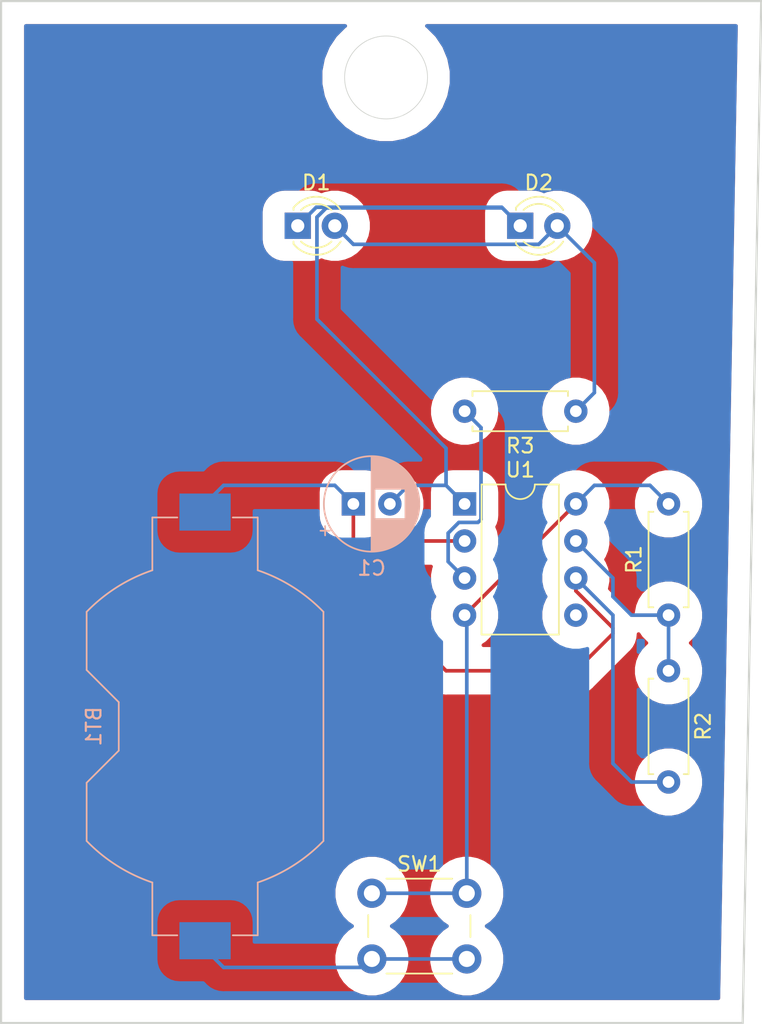
<source format=kicad_pcb>
(kicad_pcb (version 20171130) (host pcbnew "(5.1.8)-1")

  (general
    (thickness 1.6)
    (drawings 6)
    (tracks 61)
    (zones 0)
    (modules 9)
    (nets 9)
  )

  (page A4)
  (layers
    (0 F.Cu signal)
    (31 B.Cu signal)
    (32 B.Adhes user)
    (33 F.Adhes user)
    (34 B.Paste user)
    (35 F.Paste user)
    (36 B.SilkS user)
    (37 F.SilkS user)
    (38 B.Mask user)
    (39 F.Mask user)
    (40 Dwgs.User user)
    (41 Cmts.User user)
    (42 Eco1.User user)
    (43 Eco2.User user)
    (44 Edge.Cuts user)
    (45 Margin user)
    (46 B.CrtYd user)
    (47 F.CrtYd user)
    (48 B.Fab user)
    (49 F.Fab user)
  )

  (setup
    (last_trace_width 0.25)
    (user_trace_width 0.8)
    (trace_clearance 0.2)
    (zone_clearance 1.5)
    (zone_45_only no)
    (trace_min 0.2)
    (via_size 0.8)
    (via_drill 0.4)
    (via_min_size 0.4)
    (via_min_drill 0.3)
    (uvia_size 0.3)
    (uvia_drill 0.1)
    (uvias_allowed no)
    (uvia_min_size 0.2)
    (uvia_min_drill 0.1)
    (edge_width 0.05)
    (segment_width 0.2)
    (pcb_text_width 0.3)
    (pcb_text_size 1.5 1.5)
    (mod_edge_width 0.12)
    (mod_text_size 1 1)
    (mod_text_width 0.15)
    (pad_size 1.524 1.524)
    (pad_drill 0.762)
    (pad_to_mask_clearance 0)
    (aux_axis_origin 0 0)
    (visible_elements FFFFFF7F)
    (pcbplotparams
      (layerselection 0x3ffff_ffffffff)
      (usegerberextensions false)
      (usegerberattributes true)
      (usegerberadvancedattributes true)
      (creategerberjobfile true)
      (excludeedgelayer true)
      (linewidth 0.100000)
      (plotframeref false)
      (viasonmask false)
      (mode 1)
      (useauxorigin false)
      (hpglpennumber 1)
      (hpglpenspeed 20)
      (hpglpendiameter 15.000000)
      (psnegative false)
      (psa4output false)
      (plotreference true)
      (plotvalue true)
      (plotinvisibletext false)
      (padsonsilk false)
      (subtractmaskfromsilk false)
      (outputformat 1)
      (mirror false)
      (drillshape 0)
      (scaleselection 1)
      (outputdirectory "./"))
  )

  (net 0 "")
  (net 1 "Net-(BT1-Pad1)")
  (net 2 -VeTerm)
  (net 3 "Net-(C1-Pad2)")
  (net 4 "Net-(D1-Pad2)")
  (net 5 +VeTerm)
  (net 6 "Net-(R1-Pad1)")
  (net 7 "Net-(R3-Pad2)")
  (net 8 "Net-(U1-Pad5)")

  (net_class Default "This is the default net class."
    (clearance 0.2)
    (trace_width 0.25)
    (via_dia 0.8)
    (via_drill 0.4)
    (uvia_dia 0.3)
    (uvia_drill 0.1)
    (add_net +VeTerm)
    (add_net -VeTerm)
    (add_net "Net-(BT1-Pad1)")
    (add_net "Net-(C1-Pad2)")
    (add_net "Net-(D1-Pad2)")
    (add_net "Net-(R1-Pad1)")
    (add_net "Net-(R3-Pad2)")
    (add_net "Net-(U1-Pad5)")
  )

  (module Battery:BatteryHolder_Keystone_1058_1x2032 (layer B.Cu) (tedit 589EE147) (tstamp 610F815C)
    (at 48.26 81.28 90)
    (descr http://www.keyelco.com/product-pdf.cfm?p=14028)
    (tags "Keystone type 1058 coin cell retainer")
    (path /60E1F943)
    (attr smd)
    (fp_text reference BT1 (at 0 -7.62 270) (layer B.SilkS)
      (effects (font (size 1 1) (thickness 0.15)) (justify mirror))
    )
    (fp_text value Battery_Cell (at 0 9.398 270) (layer B.Fab)
      (effects (font (size 1 1) (thickness 0.15)) (justify mirror))
    )
    (fp_circle (center 0 0) (end 10 0) (layer Dwgs.User) (width 0.15))
    (fp_line (start -7.8026 8) (end 7.8026 8) (layer B.Fab) (width 0.1))
    (fp_line (start -3.9 -8) (end -7.8026 -8) (layer B.Fab) (width 0.1))
    (fp_line (start -14.2 3.5) (end -14.2 1.9) (layer B.Fab) (width 0.1))
    (fp_line (start -14.2 3.5) (end -10.61275 3.5) (layer B.Fab) (width 0.1))
    (fp_line (start -1.7 -5.8) (end 1.7 -5.8) (layer B.Fab) (width 0.1))
    (fp_line (start -1.7 -5.8) (end -3.9 -8) (layer B.Fab) (width 0.1))
    (fp_line (start 1.7 -5.8) (end 3.9 -8) (layer B.Fab) (width 0.1))
    (fp_line (start 3.9 -8) (end 7.8026 -8) (layer B.Fab) (width 0.1))
    (fp_line (start -14.2 -3.5) (end -10.61275 -3.5) (layer B.Fab) (width 0.1))
    (fp_line (start -14.2 -1.9) (end -14.2 -3.5) (layer B.Fab) (width 0.1))
    (fp_line (start 14.2 3.5) (end 14.2 1.9) (layer B.Fab) (width 0.1))
    (fp_line (start 10.61275 3.5) (end 14.2 3.5) (layer B.Fab) (width 0.1))
    (fp_line (start 14.2 -3.5) (end 10.61275 -3.5) (layer B.Fab) (width 0.1))
    (fp_line (start 14.2 -1.9) (end 14.2 -3.5) (layer B.Fab) (width 0.1))
    (fp_line (start -14.31 3.61) (end -10.692 3.61) (layer B.SilkS) (width 0.12))
    (fp_line (start -14.31 1.9) (end -14.31 3.61) (layer B.SilkS) (width 0.12))
    (fp_line (start -7.8473 8.11) (end 7.8473 8.11) (layer B.SilkS) (width 0.12))
    (fp_line (start 14.31 1.9) (end 14.31 3.61) (layer B.SilkS) (width 0.12))
    (fp_line (start 10.692 3.61) (end 14.31 3.61) (layer B.SilkS) (width 0.12))
    (fp_line (start 14.31 -3.61) (end 10.692 -3.61) (layer B.SilkS) (width 0.12))
    (fp_line (start 14.31 -1.9) (end 14.31 -3.61) (layer B.SilkS) (width 0.12))
    (fp_line (start 7.8473 -8.11) (end 3.86 -8.11) (layer B.SilkS) (width 0.12))
    (fp_line (start 1.66 -5.91) (end 3.86 -8.11) (layer B.SilkS) (width 0.12))
    (fp_line (start 1.66 -5.91) (end -1.66 -5.91) (layer B.SilkS) (width 0.12))
    (fp_line (start -1.66 -5.91) (end -3.86 -8.11) (layer B.SilkS) (width 0.12))
    (fp_line (start -3.86 -8.11) (end -7.8473 -8.11) (layer B.SilkS) (width 0.12))
    (fp_line (start -10.692 -3.61) (end -14.31 -3.61) (layer B.SilkS) (width 0.12))
    (fp_line (start -14.31 -1.9) (end -14.31 -3.61) (layer B.SilkS) (width 0.12))
    (fp_line (start -16.45 -4.11) (end -11.06 -4.11) (layer B.CrtYd) (width 0.05))
    (fp_line (start -16.45 4.11) (end -16.45 -4.11) (layer B.CrtYd) (width 0.05))
    (fp_line (start -16.45 4.11) (end -11.06 4.11) (layer B.CrtYd) (width 0.05))
    (fp_line (start 16.45 4.11) (end 11.06 4.11) (layer B.CrtYd) (width 0.05))
    (fp_line (start 16.45 -4.11) (end 16.45 4.11) (layer B.CrtYd) (width 0.05))
    (fp_line (start 11.06 -4.11) (end 16.45 -4.11) (layer B.CrtYd) (width 0.05))
    (fp_text user %R (at 0 0 270) (layer B.Fab)
      (effects (font (size 1 1) (thickness 0.15)) (justify mirror))
    )
    (fp_arc (start 0 0) (end 11.06 -4.11) (angle -139.2) (layer B.CrtYd) (width 0.05))
    (fp_arc (start 0 0) (end -11.06 4.11) (angle -139.2) (layer B.CrtYd) (width 0.05))
    (fp_arc (start 0 0) (end -10.692 -3.61) (angle 27.3) (layer B.SilkS) (width 0.12))
    (fp_arc (start 0 0) (end 10.692 3.61) (angle 27.3) (layer B.SilkS) (width 0.12))
    (fp_arc (start 0 0) (end 10.692 -3.61) (angle -27.3) (layer B.SilkS) (width 0.12))
    (fp_arc (start 0 0) (end -10.692 3.61) (angle -27.3) (layer B.SilkS) (width 0.12))
    (fp_arc (start 0 0) (end -10.61275 -3.5) (angle 27.4635) (layer B.Fab) (width 0.1))
    (fp_arc (start 0 0) (end 10.61275 3.5) (angle 27.4635) (layer B.Fab) (width 0.1))
    (fp_arc (start 0 0) (end 10.61275 -3.5) (angle -27.4635) (layer B.Fab) (width 0.1))
    (fp_arc (start 0 0) (end -10.61275 3.5) (angle -27.4635) (layer B.Fab) (width 0.1))
    (pad 1 smd rect (at -14.68 0 90) (size 2.54 3.51) (layers B.Cu B.Paste B.Mask)
      (net 1 "Net-(BT1-Pad1)"))
    (pad 2 smd rect (at 14.68 0 90) (size 2.54 3.51) (layers B.Cu B.Paste B.Mask)
      (net 2 -VeTerm))
    (model ${KISYS3DMOD}/Battery.3dshapes/BatteryHolder_Keystone_1058_1x2032.wrl
      (at (xyz 0 0 0))
      (scale (xyz 1 1 1))
      (rotate (xyz 0 0 0))
    )
  )

  (module Capacitor_THT:CP_Radial_D6.3mm_P2.50mm (layer B.Cu) (tedit 5AE50EF0) (tstamp 610F81F0)
    (at 58.42 66.04)
    (descr "CP, Radial series, Radial, pin pitch=2.50mm, , diameter=6.3mm, Electrolytic Capacitor")
    (tags "CP Radial series Radial pin pitch 2.50mm  diameter 6.3mm Electrolytic Capacitor")
    (path /60E1D65D)
    (fp_text reference C1 (at 1.25 4.4) (layer B.SilkS)
      (effects (font (size 1 1) (thickness 0.15)) (justify mirror))
    )
    (fp_text value 4.7uf (at 1.25 -4.4) (layer B.Fab)
      (effects (font (size 1 1) (thickness 0.15)) (justify mirror))
    )
    (fp_line (start -1.935241 2.154) (end -1.935241 1.524) (layer B.SilkS) (width 0.12))
    (fp_line (start -2.250241 1.839) (end -1.620241 1.839) (layer B.SilkS) (width 0.12))
    (fp_line (start 4.491 0.402) (end 4.491 -0.402) (layer B.SilkS) (width 0.12))
    (fp_line (start 4.451 0.633) (end 4.451 -0.633) (layer B.SilkS) (width 0.12))
    (fp_line (start 4.411 0.802) (end 4.411 -0.802) (layer B.SilkS) (width 0.12))
    (fp_line (start 4.371 0.94) (end 4.371 -0.94) (layer B.SilkS) (width 0.12))
    (fp_line (start 4.331 1.059) (end 4.331 -1.059) (layer B.SilkS) (width 0.12))
    (fp_line (start 4.291 1.165) (end 4.291 -1.165) (layer B.SilkS) (width 0.12))
    (fp_line (start 4.251 1.262) (end 4.251 -1.262) (layer B.SilkS) (width 0.12))
    (fp_line (start 4.211 1.35) (end 4.211 -1.35) (layer B.SilkS) (width 0.12))
    (fp_line (start 4.171 1.432) (end 4.171 -1.432) (layer B.SilkS) (width 0.12))
    (fp_line (start 4.131 1.509) (end 4.131 -1.509) (layer B.SilkS) (width 0.12))
    (fp_line (start 4.091 1.581) (end 4.091 -1.581) (layer B.SilkS) (width 0.12))
    (fp_line (start 4.051 1.65) (end 4.051 -1.65) (layer B.SilkS) (width 0.12))
    (fp_line (start 4.011 1.714) (end 4.011 -1.714) (layer B.SilkS) (width 0.12))
    (fp_line (start 3.971 1.776) (end 3.971 -1.776) (layer B.SilkS) (width 0.12))
    (fp_line (start 3.931 1.834) (end 3.931 -1.834) (layer B.SilkS) (width 0.12))
    (fp_line (start 3.891 1.89) (end 3.891 -1.89) (layer B.SilkS) (width 0.12))
    (fp_line (start 3.851 1.944) (end 3.851 -1.944) (layer B.SilkS) (width 0.12))
    (fp_line (start 3.811 1.995) (end 3.811 -1.995) (layer B.SilkS) (width 0.12))
    (fp_line (start 3.771 2.044) (end 3.771 -2.044) (layer B.SilkS) (width 0.12))
    (fp_line (start 3.731 2.092) (end 3.731 -2.092) (layer B.SilkS) (width 0.12))
    (fp_line (start 3.691 2.137) (end 3.691 -2.137) (layer B.SilkS) (width 0.12))
    (fp_line (start 3.651 2.182) (end 3.651 -2.182) (layer B.SilkS) (width 0.12))
    (fp_line (start 3.611 2.224) (end 3.611 -2.224) (layer B.SilkS) (width 0.12))
    (fp_line (start 3.571 2.265) (end 3.571 -2.265) (layer B.SilkS) (width 0.12))
    (fp_line (start 3.531 -1.04) (end 3.531 -2.305) (layer B.SilkS) (width 0.12))
    (fp_line (start 3.531 2.305) (end 3.531 1.04) (layer B.SilkS) (width 0.12))
    (fp_line (start 3.491 -1.04) (end 3.491 -2.343) (layer B.SilkS) (width 0.12))
    (fp_line (start 3.491 2.343) (end 3.491 1.04) (layer B.SilkS) (width 0.12))
    (fp_line (start 3.451 -1.04) (end 3.451 -2.38) (layer B.SilkS) (width 0.12))
    (fp_line (start 3.451 2.38) (end 3.451 1.04) (layer B.SilkS) (width 0.12))
    (fp_line (start 3.411 -1.04) (end 3.411 -2.416) (layer B.SilkS) (width 0.12))
    (fp_line (start 3.411 2.416) (end 3.411 1.04) (layer B.SilkS) (width 0.12))
    (fp_line (start 3.371 -1.04) (end 3.371 -2.45) (layer B.SilkS) (width 0.12))
    (fp_line (start 3.371 2.45) (end 3.371 1.04) (layer B.SilkS) (width 0.12))
    (fp_line (start 3.331 -1.04) (end 3.331 -2.484) (layer B.SilkS) (width 0.12))
    (fp_line (start 3.331 2.484) (end 3.331 1.04) (layer B.SilkS) (width 0.12))
    (fp_line (start 3.291 -1.04) (end 3.291 -2.516) (layer B.SilkS) (width 0.12))
    (fp_line (start 3.291 2.516) (end 3.291 1.04) (layer B.SilkS) (width 0.12))
    (fp_line (start 3.251 -1.04) (end 3.251 -2.548) (layer B.SilkS) (width 0.12))
    (fp_line (start 3.251 2.548) (end 3.251 1.04) (layer B.SilkS) (width 0.12))
    (fp_line (start 3.211 -1.04) (end 3.211 -2.578) (layer B.SilkS) (width 0.12))
    (fp_line (start 3.211 2.578) (end 3.211 1.04) (layer B.SilkS) (width 0.12))
    (fp_line (start 3.171 -1.04) (end 3.171 -2.607) (layer B.SilkS) (width 0.12))
    (fp_line (start 3.171 2.607) (end 3.171 1.04) (layer B.SilkS) (width 0.12))
    (fp_line (start 3.131 -1.04) (end 3.131 -2.636) (layer B.SilkS) (width 0.12))
    (fp_line (start 3.131 2.636) (end 3.131 1.04) (layer B.SilkS) (width 0.12))
    (fp_line (start 3.091 -1.04) (end 3.091 -2.664) (layer B.SilkS) (width 0.12))
    (fp_line (start 3.091 2.664) (end 3.091 1.04) (layer B.SilkS) (width 0.12))
    (fp_line (start 3.051 -1.04) (end 3.051 -2.69) (layer B.SilkS) (width 0.12))
    (fp_line (start 3.051 2.69) (end 3.051 1.04) (layer B.SilkS) (width 0.12))
    (fp_line (start 3.011 -1.04) (end 3.011 -2.716) (layer B.SilkS) (width 0.12))
    (fp_line (start 3.011 2.716) (end 3.011 1.04) (layer B.SilkS) (width 0.12))
    (fp_line (start 2.971 -1.04) (end 2.971 -2.742) (layer B.SilkS) (width 0.12))
    (fp_line (start 2.971 2.742) (end 2.971 1.04) (layer B.SilkS) (width 0.12))
    (fp_line (start 2.931 -1.04) (end 2.931 -2.766) (layer B.SilkS) (width 0.12))
    (fp_line (start 2.931 2.766) (end 2.931 1.04) (layer B.SilkS) (width 0.12))
    (fp_line (start 2.891 -1.04) (end 2.891 -2.79) (layer B.SilkS) (width 0.12))
    (fp_line (start 2.891 2.79) (end 2.891 1.04) (layer B.SilkS) (width 0.12))
    (fp_line (start 2.851 -1.04) (end 2.851 -2.812) (layer B.SilkS) (width 0.12))
    (fp_line (start 2.851 2.812) (end 2.851 1.04) (layer B.SilkS) (width 0.12))
    (fp_line (start 2.811 -1.04) (end 2.811 -2.834) (layer B.SilkS) (width 0.12))
    (fp_line (start 2.811 2.834) (end 2.811 1.04) (layer B.SilkS) (width 0.12))
    (fp_line (start 2.771 -1.04) (end 2.771 -2.856) (layer B.SilkS) (width 0.12))
    (fp_line (start 2.771 2.856) (end 2.771 1.04) (layer B.SilkS) (width 0.12))
    (fp_line (start 2.731 -1.04) (end 2.731 -2.876) (layer B.SilkS) (width 0.12))
    (fp_line (start 2.731 2.876) (end 2.731 1.04) (layer B.SilkS) (width 0.12))
    (fp_line (start 2.691 -1.04) (end 2.691 -2.896) (layer B.SilkS) (width 0.12))
    (fp_line (start 2.691 2.896) (end 2.691 1.04) (layer B.SilkS) (width 0.12))
    (fp_line (start 2.651 -1.04) (end 2.651 -2.916) (layer B.SilkS) (width 0.12))
    (fp_line (start 2.651 2.916) (end 2.651 1.04) (layer B.SilkS) (width 0.12))
    (fp_line (start 2.611 -1.04) (end 2.611 -2.934) (layer B.SilkS) (width 0.12))
    (fp_line (start 2.611 2.934) (end 2.611 1.04) (layer B.SilkS) (width 0.12))
    (fp_line (start 2.571 -1.04) (end 2.571 -2.952) (layer B.SilkS) (width 0.12))
    (fp_line (start 2.571 2.952) (end 2.571 1.04) (layer B.SilkS) (width 0.12))
    (fp_line (start 2.531 -1.04) (end 2.531 -2.97) (layer B.SilkS) (width 0.12))
    (fp_line (start 2.531 2.97) (end 2.531 1.04) (layer B.SilkS) (width 0.12))
    (fp_line (start 2.491 -1.04) (end 2.491 -2.986) (layer B.SilkS) (width 0.12))
    (fp_line (start 2.491 2.986) (end 2.491 1.04) (layer B.SilkS) (width 0.12))
    (fp_line (start 2.451 -1.04) (end 2.451 -3.002) (layer B.SilkS) (width 0.12))
    (fp_line (start 2.451 3.002) (end 2.451 1.04) (layer B.SilkS) (width 0.12))
    (fp_line (start 2.411 -1.04) (end 2.411 -3.018) (layer B.SilkS) (width 0.12))
    (fp_line (start 2.411 3.018) (end 2.411 1.04) (layer B.SilkS) (width 0.12))
    (fp_line (start 2.371 -1.04) (end 2.371 -3.033) (layer B.SilkS) (width 0.12))
    (fp_line (start 2.371 3.033) (end 2.371 1.04) (layer B.SilkS) (width 0.12))
    (fp_line (start 2.331 -1.04) (end 2.331 -3.047) (layer B.SilkS) (width 0.12))
    (fp_line (start 2.331 3.047) (end 2.331 1.04) (layer B.SilkS) (width 0.12))
    (fp_line (start 2.291 -1.04) (end 2.291 -3.061) (layer B.SilkS) (width 0.12))
    (fp_line (start 2.291 3.061) (end 2.291 1.04) (layer B.SilkS) (width 0.12))
    (fp_line (start 2.251 -1.04) (end 2.251 -3.074) (layer B.SilkS) (width 0.12))
    (fp_line (start 2.251 3.074) (end 2.251 1.04) (layer B.SilkS) (width 0.12))
    (fp_line (start 2.211 -1.04) (end 2.211 -3.086) (layer B.SilkS) (width 0.12))
    (fp_line (start 2.211 3.086) (end 2.211 1.04) (layer B.SilkS) (width 0.12))
    (fp_line (start 2.171 -1.04) (end 2.171 -3.098) (layer B.SilkS) (width 0.12))
    (fp_line (start 2.171 3.098) (end 2.171 1.04) (layer B.SilkS) (width 0.12))
    (fp_line (start 2.131 -1.04) (end 2.131 -3.11) (layer B.SilkS) (width 0.12))
    (fp_line (start 2.131 3.11) (end 2.131 1.04) (layer B.SilkS) (width 0.12))
    (fp_line (start 2.091 -1.04) (end 2.091 -3.121) (layer B.SilkS) (width 0.12))
    (fp_line (start 2.091 3.121) (end 2.091 1.04) (layer B.SilkS) (width 0.12))
    (fp_line (start 2.051 -1.04) (end 2.051 -3.131) (layer B.SilkS) (width 0.12))
    (fp_line (start 2.051 3.131) (end 2.051 1.04) (layer B.SilkS) (width 0.12))
    (fp_line (start 2.011 -1.04) (end 2.011 -3.141) (layer B.SilkS) (width 0.12))
    (fp_line (start 2.011 3.141) (end 2.011 1.04) (layer B.SilkS) (width 0.12))
    (fp_line (start 1.971 -1.04) (end 1.971 -3.15) (layer B.SilkS) (width 0.12))
    (fp_line (start 1.971 3.15) (end 1.971 1.04) (layer B.SilkS) (width 0.12))
    (fp_line (start 1.93 -1.04) (end 1.93 -3.159) (layer B.SilkS) (width 0.12))
    (fp_line (start 1.93 3.159) (end 1.93 1.04) (layer B.SilkS) (width 0.12))
    (fp_line (start 1.89 -1.04) (end 1.89 -3.167) (layer B.SilkS) (width 0.12))
    (fp_line (start 1.89 3.167) (end 1.89 1.04) (layer B.SilkS) (width 0.12))
    (fp_line (start 1.85 -1.04) (end 1.85 -3.175) (layer B.SilkS) (width 0.12))
    (fp_line (start 1.85 3.175) (end 1.85 1.04) (layer B.SilkS) (width 0.12))
    (fp_line (start 1.81 -1.04) (end 1.81 -3.182) (layer B.SilkS) (width 0.12))
    (fp_line (start 1.81 3.182) (end 1.81 1.04) (layer B.SilkS) (width 0.12))
    (fp_line (start 1.77 -1.04) (end 1.77 -3.189) (layer B.SilkS) (width 0.12))
    (fp_line (start 1.77 3.189) (end 1.77 1.04) (layer B.SilkS) (width 0.12))
    (fp_line (start 1.73 -1.04) (end 1.73 -3.195) (layer B.SilkS) (width 0.12))
    (fp_line (start 1.73 3.195) (end 1.73 1.04) (layer B.SilkS) (width 0.12))
    (fp_line (start 1.69 -1.04) (end 1.69 -3.201) (layer B.SilkS) (width 0.12))
    (fp_line (start 1.69 3.201) (end 1.69 1.04) (layer B.SilkS) (width 0.12))
    (fp_line (start 1.65 -1.04) (end 1.65 -3.206) (layer B.SilkS) (width 0.12))
    (fp_line (start 1.65 3.206) (end 1.65 1.04) (layer B.SilkS) (width 0.12))
    (fp_line (start 1.61 -1.04) (end 1.61 -3.211) (layer B.SilkS) (width 0.12))
    (fp_line (start 1.61 3.211) (end 1.61 1.04) (layer B.SilkS) (width 0.12))
    (fp_line (start 1.57 -1.04) (end 1.57 -3.215) (layer B.SilkS) (width 0.12))
    (fp_line (start 1.57 3.215) (end 1.57 1.04) (layer B.SilkS) (width 0.12))
    (fp_line (start 1.53 -1.04) (end 1.53 -3.218) (layer B.SilkS) (width 0.12))
    (fp_line (start 1.53 3.218) (end 1.53 1.04) (layer B.SilkS) (width 0.12))
    (fp_line (start 1.49 -1.04) (end 1.49 -3.222) (layer B.SilkS) (width 0.12))
    (fp_line (start 1.49 3.222) (end 1.49 1.04) (layer B.SilkS) (width 0.12))
    (fp_line (start 1.45 3.224) (end 1.45 -3.224) (layer B.SilkS) (width 0.12))
    (fp_line (start 1.41 3.227) (end 1.41 -3.227) (layer B.SilkS) (width 0.12))
    (fp_line (start 1.37 3.228) (end 1.37 -3.228) (layer B.SilkS) (width 0.12))
    (fp_line (start 1.33 3.23) (end 1.33 -3.23) (layer B.SilkS) (width 0.12))
    (fp_line (start 1.29 3.23) (end 1.29 -3.23) (layer B.SilkS) (width 0.12))
    (fp_line (start 1.25 3.23) (end 1.25 -3.23) (layer B.SilkS) (width 0.12))
    (fp_line (start -1.128972 1.6885) (end -1.128972 1.0585) (layer B.Fab) (width 0.1))
    (fp_line (start -1.443972 1.3735) (end -0.813972 1.3735) (layer B.Fab) (width 0.1))
    (fp_circle (center 1.25 0) (end 4.65 0) (layer B.CrtYd) (width 0.05))
    (fp_circle (center 1.25 0) (end 4.52 0) (layer B.SilkS) (width 0.12))
    (fp_circle (center 1.25 0) (end 4.4 0) (layer B.Fab) (width 0.1))
    (fp_text user %R (at 1.25 0) (layer B.Fab)
      (effects (font (size 1 1) (thickness 0.15)) (justify mirror))
    )
    (pad 1 thru_hole rect (at 0 0) (size 1.6 1.6) (drill 0.8) (layers *.Cu *.Mask)
      (net 2 -VeTerm))
    (pad 2 thru_hole circle (at 2.5 0) (size 1.6 1.6) (drill 0.8) (layers *.Cu *.Mask)
      (net 3 "Net-(C1-Pad2)"))
    (model ${KISYS3DMOD}/Capacitor_THT.3dshapes/CP_Radial_D6.3mm_P2.50mm.wrl
      (at (xyz 0 0 0))
      (scale (xyz 1 1 1))
      (rotate (xyz 0 0 0))
    )
  )

  (module LED_THT:LED_D3.0mm (layer F.Cu) (tedit 587A3A7B) (tstamp 610F8203)
    (at 54.61 46.99)
    (descr "LED, diameter 3.0mm, 2 pins")
    (tags "LED diameter 3.0mm 2 pins")
    (path /60E20794)
    (fp_text reference D1 (at 1.27 -2.96) (layer F.SilkS)
      (effects (font (size 1 1) (thickness 0.15)))
    )
    (fp_text value LED (at 1.27 2.96) (layer F.Fab)
      (effects (font (size 1 1) (thickness 0.15)))
    )
    (fp_line (start 3.7 -2.25) (end -1.15 -2.25) (layer F.CrtYd) (width 0.05))
    (fp_line (start 3.7 2.25) (end 3.7 -2.25) (layer F.CrtYd) (width 0.05))
    (fp_line (start -1.15 2.25) (end 3.7 2.25) (layer F.CrtYd) (width 0.05))
    (fp_line (start -1.15 -2.25) (end -1.15 2.25) (layer F.CrtYd) (width 0.05))
    (fp_line (start -0.29 1.08) (end -0.29 1.236) (layer F.SilkS) (width 0.12))
    (fp_line (start -0.29 -1.236) (end -0.29 -1.08) (layer F.SilkS) (width 0.12))
    (fp_line (start -0.23 -1.16619) (end -0.23 1.16619) (layer F.Fab) (width 0.1))
    (fp_circle (center 1.27 0) (end 2.77 0) (layer F.Fab) (width 0.1))
    (fp_arc (start 1.27 0) (end -0.23 -1.16619) (angle 284.3) (layer F.Fab) (width 0.1))
    (fp_arc (start 1.27 0) (end -0.29 -1.235516) (angle 108.8) (layer F.SilkS) (width 0.12))
    (fp_arc (start 1.27 0) (end -0.29 1.235516) (angle -108.8) (layer F.SilkS) (width 0.12))
    (fp_arc (start 1.27 0) (end 0.229039 -1.08) (angle 87.9) (layer F.SilkS) (width 0.12))
    (fp_arc (start 1.27 0) (end 0.229039 1.08) (angle -87.9) (layer F.SilkS) (width 0.12))
    (pad 1 thru_hole rect (at 0 0) (size 1.8 1.8) (drill 0.9) (layers *.Cu *.Mask)
      (net 3 "Net-(C1-Pad2)"))
    (pad 2 thru_hole circle (at 2.54 0) (size 1.8 1.8) (drill 0.9) (layers *.Cu *.Mask)
      (net 4 "Net-(D1-Pad2)"))
    (model ${KISYS3DMOD}/LED_THT.3dshapes/LED_D3.0mm.wrl
      (at (xyz 0 0 0))
      (scale (xyz 1 1 1))
      (rotate (xyz 0 0 0))
    )
  )

  (module LED_THT:LED_D3.0mm (layer F.Cu) (tedit 587A3A7B) (tstamp 610F8216)
    (at 69.85 46.99)
    (descr "LED, diameter 3.0mm, 2 pins")
    (tags "LED diameter 3.0mm 2 pins")
    (path /60E210C3)
    (fp_text reference D2 (at 1.27 -2.96) (layer F.SilkS)
      (effects (font (size 1 1) (thickness 0.15)))
    )
    (fp_text value LED (at 1.27 2.96) (layer F.Fab)
      (effects (font (size 1 1) (thickness 0.15)))
    )
    (fp_arc (start 1.27 0) (end 0.229039 1.08) (angle -87.9) (layer F.SilkS) (width 0.12))
    (fp_arc (start 1.27 0) (end 0.229039 -1.08) (angle 87.9) (layer F.SilkS) (width 0.12))
    (fp_arc (start 1.27 0) (end -0.29 1.235516) (angle -108.8) (layer F.SilkS) (width 0.12))
    (fp_arc (start 1.27 0) (end -0.29 -1.235516) (angle 108.8) (layer F.SilkS) (width 0.12))
    (fp_arc (start 1.27 0) (end -0.23 -1.16619) (angle 284.3) (layer F.Fab) (width 0.1))
    (fp_circle (center 1.27 0) (end 2.77 0) (layer F.Fab) (width 0.1))
    (fp_line (start -0.23 -1.16619) (end -0.23 1.16619) (layer F.Fab) (width 0.1))
    (fp_line (start -0.29 -1.236) (end -0.29 -1.08) (layer F.SilkS) (width 0.12))
    (fp_line (start -0.29 1.08) (end -0.29 1.236) (layer F.SilkS) (width 0.12))
    (fp_line (start -1.15 -2.25) (end -1.15 2.25) (layer F.CrtYd) (width 0.05))
    (fp_line (start -1.15 2.25) (end 3.7 2.25) (layer F.CrtYd) (width 0.05))
    (fp_line (start 3.7 2.25) (end 3.7 -2.25) (layer F.CrtYd) (width 0.05))
    (fp_line (start 3.7 -2.25) (end -1.15 -2.25) (layer F.CrtYd) (width 0.05))
    (pad 2 thru_hole circle (at 2.54 0) (size 1.8 1.8) (drill 0.9) (layers *.Cu *.Mask)
      (net 4 "Net-(D1-Pad2)"))
    (pad 1 thru_hole rect (at 0 0) (size 1.8 1.8) (drill 0.9) (layers *.Cu *.Mask)
      (net 3 "Net-(C1-Pad2)"))
    (model ${KISYS3DMOD}/LED_THT.3dshapes/LED_D3.0mm.wrl
      (at (xyz 0 0 0))
      (scale (xyz 1 1 1))
      (rotate (xyz 0 0 0))
    )
  )

  (module Resistor_THT:R_Axial_DIN0207_L6.3mm_D2.5mm_P7.62mm_Horizontal (layer F.Cu) (tedit 5AE5139B) (tstamp 610F822D)
    (at 80.01 73.66 90)
    (descr "Resistor, Axial_DIN0207 series, Axial, Horizontal, pin pitch=7.62mm, 0.25W = 1/4W, length*diameter=6.3*2.5mm^2, http://cdn-reichelt.de/documents/datenblatt/B400/1_4W%23YAG.pdf")
    (tags "Resistor Axial_DIN0207 series Axial Horizontal pin pitch 7.62mm 0.25W = 1/4W length 6.3mm diameter 2.5mm")
    (path /60E1C441)
    (fp_text reference R1 (at 3.81 -2.37 90) (layer F.SilkS)
      (effects (font (size 1 1) (thickness 0.15)))
    )
    (fp_text value 10k (at 3.81 2.37 90) (layer F.Fab)
      (effects (font (size 1 1) (thickness 0.15)))
    )
    (fp_text user %R (at 3.81 0 90) (layer F.Fab)
      (effects (font (size 1 1) (thickness 0.15)))
    )
    (fp_line (start 0.66 -1.25) (end 0.66 1.25) (layer F.Fab) (width 0.1))
    (fp_line (start 0.66 1.25) (end 6.96 1.25) (layer F.Fab) (width 0.1))
    (fp_line (start 6.96 1.25) (end 6.96 -1.25) (layer F.Fab) (width 0.1))
    (fp_line (start 6.96 -1.25) (end 0.66 -1.25) (layer F.Fab) (width 0.1))
    (fp_line (start 0 0) (end 0.66 0) (layer F.Fab) (width 0.1))
    (fp_line (start 7.62 0) (end 6.96 0) (layer F.Fab) (width 0.1))
    (fp_line (start 0.54 -1.04) (end 0.54 -1.37) (layer F.SilkS) (width 0.12))
    (fp_line (start 0.54 -1.37) (end 7.08 -1.37) (layer F.SilkS) (width 0.12))
    (fp_line (start 7.08 -1.37) (end 7.08 -1.04) (layer F.SilkS) (width 0.12))
    (fp_line (start 0.54 1.04) (end 0.54 1.37) (layer F.SilkS) (width 0.12))
    (fp_line (start 0.54 1.37) (end 7.08 1.37) (layer F.SilkS) (width 0.12))
    (fp_line (start 7.08 1.37) (end 7.08 1.04) (layer F.SilkS) (width 0.12))
    (fp_line (start -1.05 -1.5) (end -1.05 1.5) (layer F.CrtYd) (width 0.05))
    (fp_line (start -1.05 1.5) (end 8.67 1.5) (layer F.CrtYd) (width 0.05))
    (fp_line (start 8.67 1.5) (end 8.67 -1.5) (layer F.CrtYd) (width 0.05))
    (fp_line (start 8.67 -1.5) (end -1.05 -1.5) (layer F.CrtYd) (width 0.05))
    (pad 2 thru_hole oval (at 7.62 0 90) (size 1.6 1.6) (drill 0.8) (layers *.Cu *.Mask)
      (net 5 +VeTerm))
    (pad 1 thru_hole circle (at 0 0 90) (size 1.6 1.6) (drill 0.8) (layers *.Cu *.Mask)
      (net 6 "Net-(R1-Pad1)"))
    (model ${KISYS3DMOD}/Resistor_THT.3dshapes/R_Axial_DIN0207_L6.3mm_D2.5mm_P7.62mm_Horizontal.wrl
      (at (xyz 0 0 0))
      (scale (xyz 1 1 1))
      (rotate (xyz 0 0 0))
    )
  )

  (module Resistor_THT:R_Axial_DIN0207_L6.3mm_D2.5mm_P7.62mm_Horizontal (layer F.Cu) (tedit 5AE5139B) (tstamp 610F8244)
    (at 80.01 77.47 270)
    (descr "Resistor, Axial_DIN0207 series, Axial, Horizontal, pin pitch=7.62mm, 0.25W = 1/4W, length*diameter=6.3*2.5mm^2, http://cdn-reichelt.de/documents/datenblatt/B400/1_4W%23YAG.pdf")
    (tags "Resistor Axial_DIN0207 series Axial Horizontal pin pitch 7.62mm 0.25W = 1/4W length 6.3mm diameter 2.5mm")
    (path /60E1BDE5)
    (fp_text reference R2 (at 3.81 -2.37 90) (layer F.SilkS)
      (effects (font (size 1 1) (thickness 0.15)))
    )
    (fp_text value 100k (at 3.81 2.37 90) (layer F.Fab)
      (effects (font (size 1 1) (thickness 0.15)))
    )
    (fp_line (start 8.67 -1.5) (end -1.05 -1.5) (layer F.CrtYd) (width 0.05))
    (fp_line (start 8.67 1.5) (end 8.67 -1.5) (layer F.CrtYd) (width 0.05))
    (fp_line (start -1.05 1.5) (end 8.67 1.5) (layer F.CrtYd) (width 0.05))
    (fp_line (start -1.05 -1.5) (end -1.05 1.5) (layer F.CrtYd) (width 0.05))
    (fp_line (start 7.08 1.37) (end 7.08 1.04) (layer F.SilkS) (width 0.12))
    (fp_line (start 0.54 1.37) (end 7.08 1.37) (layer F.SilkS) (width 0.12))
    (fp_line (start 0.54 1.04) (end 0.54 1.37) (layer F.SilkS) (width 0.12))
    (fp_line (start 7.08 -1.37) (end 7.08 -1.04) (layer F.SilkS) (width 0.12))
    (fp_line (start 0.54 -1.37) (end 7.08 -1.37) (layer F.SilkS) (width 0.12))
    (fp_line (start 0.54 -1.04) (end 0.54 -1.37) (layer F.SilkS) (width 0.12))
    (fp_line (start 7.62 0) (end 6.96 0) (layer F.Fab) (width 0.1))
    (fp_line (start 0 0) (end 0.66 0) (layer F.Fab) (width 0.1))
    (fp_line (start 6.96 -1.25) (end 0.66 -1.25) (layer F.Fab) (width 0.1))
    (fp_line (start 6.96 1.25) (end 6.96 -1.25) (layer F.Fab) (width 0.1))
    (fp_line (start 0.66 1.25) (end 6.96 1.25) (layer F.Fab) (width 0.1))
    (fp_line (start 0.66 -1.25) (end 0.66 1.25) (layer F.Fab) (width 0.1))
    (fp_text user %R (at 3.81 0 90) (layer F.Fab)
      (effects (font (size 1 1) (thickness 0.15)))
    )
    (pad 1 thru_hole circle (at 0 0 270) (size 1.6 1.6) (drill 0.8) (layers *.Cu *.Mask)
      (net 6 "Net-(R1-Pad1)"))
    (pad 2 thru_hole oval (at 7.62 0 270) (size 1.6 1.6) (drill 0.8) (layers *.Cu *.Mask)
      (net 2 -VeTerm))
    (model ${KISYS3DMOD}/Resistor_THT.3dshapes/R_Axial_DIN0207_L6.3mm_D2.5mm_P7.62mm_Horizontal.wrl
      (at (xyz 0 0 0))
      (scale (xyz 1 1 1))
      (rotate (xyz 0 0 0))
    )
  )

  (module Resistor_THT:R_Axial_DIN0207_L6.3mm_D2.5mm_P7.62mm_Horizontal (layer F.Cu) (tedit 5AE5139B) (tstamp 610F825B)
    (at 73.66 59.69 180)
    (descr "Resistor, Axial_DIN0207 series, Axial, Horizontal, pin pitch=7.62mm, 0.25W = 1/4W, length*diameter=6.3*2.5mm^2, http://cdn-reichelt.de/documents/datenblatt/B400/1_4W%23YAG.pdf")
    (tags "Resistor Axial_DIN0207 series Axial Horizontal pin pitch 7.62mm 0.25W = 1/4W length 6.3mm diameter 2.5mm")
    (path /60E1CA86)
    (fp_text reference R3 (at 3.81 -2.37) (layer F.SilkS)
      (effects (font (size 1 1) (thickness 0.15)))
    )
    (fp_text value R (at 3.81 2.37) (layer F.Fab)
      (effects (font (size 1 1) (thickness 0.15)))
    )
    (fp_line (start 8.67 -1.5) (end -1.05 -1.5) (layer F.CrtYd) (width 0.05))
    (fp_line (start 8.67 1.5) (end 8.67 -1.5) (layer F.CrtYd) (width 0.05))
    (fp_line (start -1.05 1.5) (end 8.67 1.5) (layer F.CrtYd) (width 0.05))
    (fp_line (start -1.05 -1.5) (end -1.05 1.5) (layer F.CrtYd) (width 0.05))
    (fp_line (start 7.08 1.37) (end 7.08 1.04) (layer F.SilkS) (width 0.12))
    (fp_line (start 0.54 1.37) (end 7.08 1.37) (layer F.SilkS) (width 0.12))
    (fp_line (start 0.54 1.04) (end 0.54 1.37) (layer F.SilkS) (width 0.12))
    (fp_line (start 7.08 -1.37) (end 7.08 -1.04) (layer F.SilkS) (width 0.12))
    (fp_line (start 0.54 -1.37) (end 7.08 -1.37) (layer F.SilkS) (width 0.12))
    (fp_line (start 0.54 -1.04) (end 0.54 -1.37) (layer F.SilkS) (width 0.12))
    (fp_line (start 7.62 0) (end 6.96 0) (layer F.Fab) (width 0.1))
    (fp_line (start 0 0) (end 0.66 0) (layer F.Fab) (width 0.1))
    (fp_line (start 6.96 -1.25) (end 0.66 -1.25) (layer F.Fab) (width 0.1))
    (fp_line (start 6.96 1.25) (end 6.96 -1.25) (layer F.Fab) (width 0.1))
    (fp_line (start 0.66 1.25) (end 6.96 1.25) (layer F.Fab) (width 0.1))
    (fp_line (start 0.66 -1.25) (end 0.66 1.25) (layer F.Fab) (width 0.1))
    (fp_text user %R (at 3.81 0) (layer F.Fab)
      (effects (font (size 1 1) (thickness 0.15)))
    )
    (pad 1 thru_hole circle (at 0 0 180) (size 1.6 1.6) (drill 0.8) (layers *.Cu *.Mask)
      (net 4 "Net-(D1-Pad2)"))
    (pad 2 thru_hole oval (at 7.62 0 180) (size 1.6 1.6) (drill 0.8) (layers *.Cu *.Mask)
      (net 7 "Net-(R3-Pad2)"))
    (model ${KISYS3DMOD}/Resistor_THT.3dshapes/R_Axial_DIN0207_L6.3mm_D2.5mm_P7.62mm_Horizontal.wrl
      (at (xyz 0 0 0))
      (scale (xyz 1 1 1))
      (rotate (xyz 0 0 0))
    )
  )

  (module Button_Switch_THT:SW_PUSH_6mm_H7.3mm (layer F.Cu) (tedit 5A02FE31) (tstamp 610FDA40)
    (at 59.69 92.71)
    (descr "tactile push button, 6x6mm e.g. PHAP33xx series, height=7.3mm")
    (tags "tact sw push 6mm")
    (path /60E2167C)
    (fp_text reference SW1 (at 3.25 -2) (layer F.SilkS)
      (effects (font (size 1 1) (thickness 0.15)))
    )
    (fp_text value SW_SPST (at 3.75 6.7) (layer F.Fab)
      (effects (font (size 1 1) (thickness 0.15)))
    )
    (fp_circle (center 3.25 2.25) (end 1.25 2.5) (layer F.Fab) (width 0.1))
    (fp_line (start 6.75 3) (end 6.75 1.5) (layer F.SilkS) (width 0.12))
    (fp_line (start 5.5 -1) (end 1 -1) (layer F.SilkS) (width 0.12))
    (fp_line (start -0.25 1.5) (end -0.25 3) (layer F.SilkS) (width 0.12))
    (fp_line (start 1 5.5) (end 5.5 5.5) (layer F.SilkS) (width 0.12))
    (fp_line (start 8 -1.25) (end 8 5.75) (layer F.CrtYd) (width 0.05))
    (fp_line (start 7.75 6) (end -1.25 6) (layer F.CrtYd) (width 0.05))
    (fp_line (start -1.5 5.75) (end -1.5 -1.25) (layer F.CrtYd) (width 0.05))
    (fp_line (start -1.25 -1.5) (end 7.75 -1.5) (layer F.CrtYd) (width 0.05))
    (fp_line (start -1.5 6) (end -1.25 6) (layer F.CrtYd) (width 0.05))
    (fp_line (start -1.5 5.75) (end -1.5 6) (layer F.CrtYd) (width 0.05))
    (fp_line (start -1.5 -1.5) (end -1.25 -1.5) (layer F.CrtYd) (width 0.05))
    (fp_line (start -1.5 -1.25) (end -1.5 -1.5) (layer F.CrtYd) (width 0.05))
    (fp_line (start 8 -1.5) (end 8 -1.25) (layer F.CrtYd) (width 0.05))
    (fp_line (start 7.75 -1.5) (end 8 -1.5) (layer F.CrtYd) (width 0.05))
    (fp_line (start 8 6) (end 8 5.75) (layer F.CrtYd) (width 0.05))
    (fp_line (start 7.75 6) (end 8 6) (layer F.CrtYd) (width 0.05))
    (fp_line (start 0.25 -0.75) (end 3.25 -0.75) (layer F.Fab) (width 0.1))
    (fp_line (start 0.25 5.25) (end 0.25 -0.75) (layer F.Fab) (width 0.1))
    (fp_line (start 6.25 5.25) (end 0.25 5.25) (layer F.Fab) (width 0.1))
    (fp_line (start 6.25 -0.75) (end 6.25 5.25) (layer F.Fab) (width 0.1))
    (fp_line (start 3.25 -0.75) (end 6.25 -0.75) (layer F.Fab) (width 0.1))
    (fp_text user %R (at 3.25 2.25) (layer F.Fab)
      (effects (font (size 1 1) (thickness 0.15)))
    )
    (pad 2 thru_hole circle (at 0 4.5 90) (size 2 2) (drill 1.1) (layers *.Cu *.Mask)
      (net 1 "Net-(BT1-Pad1)"))
    (pad 1 thru_hole circle (at 0 0 90) (size 2 2) (drill 1.1) (layers *.Cu *.Mask)
      (net 5 +VeTerm))
    (pad 2 thru_hole circle (at 6.5 4.5 90) (size 2 2) (drill 1.1) (layers *.Cu *.Mask)
      (net 1 "Net-(BT1-Pad1)"))
    (pad 1 thru_hole circle (at 6.5 0 90) (size 2 2) (drill 1.1) (layers *.Cu *.Mask)
      (net 5 +VeTerm))
    (model ${KISYS3DMOD}/Button_Switch_THT.3dshapes/SW_PUSH_6mm_H7.3mm.wrl
      (at (xyz 0 0 0))
      (scale (xyz 1 1 1))
      (rotate (xyz 0 0 0))
    )
  )

  (module Package_DIP:DIP-8_W7.62mm (layer F.Cu) (tedit 5A02E8C5) (tstamp 610F8296)
    (at 66.04 66.04)
    (descr "8-lead though-hole mounted DIP package, row spacing 7.62 mm (300 mils)")
    (tags "THT DIP DIL PDIP 2.54mm 7.62mm 300mil")
    (path /60E1AAC3)
    (fp_text reference U1 (at 3.81 -2.33 -180) (layer F.SilkS)
      (effects (font (size 1 1) (thickness 0.15)))
    )
    (fp_text value NE555D (at 3.81 9.95 -180) (layer F.Fab)
      (effects (font (size 1 1) (thickness 0.15)))
    )
    (fp_line (start 8.7 -1.55) (end -1.1 -1.55) (layer F.CrtYd) (width 0.05))
    (fp_line (start 8.7 9.15) (end 8.7 -1.55) (layer F.CrtYd) (width 0.05))
    (fp_line (start -1.1 9.15) (end 8.7 9.15) (layer F.CrtYd) (width 0.05))
    (fp_line (start -1.1 -1.55) (end -1.1 9.15) (layer F.CrtYd) (width 0.05))
    (fp_line (start 6.46 -1.33) (end 4.81 -1.33) (layer F.SilkS) (width 0.12))
    (fp_line (start 6.46 8.95) (end 6.46 -1.33) (layer F.SilkS) (width 0.12))
    (fp_line (start 1.16 8.95) (end 6.46 8.95) (layer F.SilkS) (width 0.12))
    (fp_line (start 1.16 -1.33) (end 1.16 8.95) (layer F.SilkS) (width 0.12))
    (fp_line (start 2.81 -1.33) (end 1.16 -1.33) (layer F.SilkS) (width 0.12))
    (fp_line (start 0.635 -0.27) (end 1.635 -1.27) (layer F.Fab) (width 0.1))
    (fp_line (start 0.635 8.89) (end 0.635 -0.27) (layer F.Fab) (width 0.1))
    (fp_line (start 6.985 8.89) (end 0.635 8.89) (layer F.Fab) (width 0.1))
    (fp_line (start 6.985 -1.27) (end 6.985 8.89) (layer F.Fab) (width 0.1))
    (fp_line (start 1.635 -1.27) (end 6.985 -1.27) (layer F.Fab) (width 0.1))
    (fp_arc (start 3.81 -1.33) (end 2.81 -1.33) (angle -180) (layer F.SilkS) (width 0.12))
    (fp_text user %R (at 3.81 3.81 -180) (layer F.Fab)
      (effects (font (size 1 1) (thickness 0.15)))
    )
    (pad 1 thru_hole rect (at 0 0) (size 1.6 1.6) (drill 0.8) (layers *.Cu *.Mask)
      (net 3 "Net-(C1-Pad2)"))
    (pad 5 thru_hole oval (at 7.62 7.62) (size 1.6 1.6) (drill 0.8) (layers *.Cu *.Mask)
      (net 8 "Net-(U1-Pad5)"))
    (pad 2 thru_hole oval (at 0 2.54) (size 1.6 1.6) (drill 0.8) (layers *.Cu *.Mask)
      (net 2 -VeTerm))
    (pad 6 thru_hole oval (at 7.62 5.08) (size 1.6 1.6) (drill 0.8) (layers *.Cu *.Mask)
      (net 2 -VeTerm))
    (pad 3 thru_hole oval (at 0 5.08) (size 1.6 1.6) (drill 0.8) (layers *.Cu *.Mask)
      (net 7 "Net-(R3-Pad2)"))
    (pad 7 thru_hole oval (at 7.62 2.54) (size 1.6 1.6) (drill 0.8) (layers *.Cu *.Mask)
      (net 6 "Net-(R1-Pad1)"))
    (pad 4 thru_hole oval (at 0 7.62) (size 1.6 1.6) (drill 0.8) (layers *.Cu *.Mask)
      (net 5 +VeTerm))
    (pad 8 thru_hole oval (at 7.62 0) (size 1.6 1.6) (drill 0.8) (layers *.Cu *.Mask)
      (net 5 +VeTerm))
    (model ${KISYS3DMOD}/Package_DIP.3dshapes/DIP-8_W7.62mm.wrl
      (at (xyz 0 0 0))
      (scale (xyz 1 1 1))
      (rotate (xyz 0 0 0))
    )
  )

  (gr_text "Ki Workshop" (at 45.72 38.1) (layer F.Cu)
    (effects (font (size 1.5 1.5) (thickness 0.3)))
  )
  (gr_circle (center 60.660194 36.83) (end 63.200194 35.56) (layer Edge.Cuts) (width 0.05))
  (gr_line (start 86.36 31.6) (end 85.09 101.6) (layer Edge.Cuts) (width 0.15) (tstamp 610F883B))
  (gr_line (start 34.29 101.6) (end 85.09 101.6) (layer Edge.Cuts) (width 0.15) (tstamp 610F883B))
  (gr_line (start 34.29 31.6) (end 86.36 31.6) (layer Edge.Cuts) (width 0.15) (tstamp 610F883B))
  (gr_line (start 34.29 31.6) (end 34.29 101.6) (layer Edge.Cuts) (width 0.15))

  (segment (start 48.26 95.96) (end 48.26 96.52) (width 0.25) (layer B.Cu) (net 1))
  (segment (start 48.26 96.52) (end 49.53 97.79) (width 0.25) (layer B.Cu) (net 1))
  (segment (start 59.11 97.79) (end 59.69 97.21) (width 0.25) (layer B.Cu) (net 1))
  (segment (start 49.53 97.79) (end 59.11 97.79) (width 0.25) (layer B.Cu) (net 1))
  (segment (start 66.19 97.21) (end 59.69 97.21) (width 0.25) (layer B.Cu) (net 1))
  (segment (start 48.26 66.6) (end 48.26 66.04) (width 0.25) (layer B.Cu) (net 2))
  (segment (start 48.26 66.04) (end 49.53 64.77) (width 0.25) (layer B.Cu) (net 2))
  (segment (start 57.15 64.77) (end 58.42 66.04) (width 0.25) (layer B.Cu) (net 2))
  (segment (start 49.53 64.77) (end 57.15 64.77) (width 0.25) (layer B.Cu) (net 2))
  (segment (start 80.01 85.09) (end 77.47 85.09) (width 0.25) (layer B.Cu) (net 2))
  (segment (start 77.47 85.09) (end 76.2 83.82) (width 0.25) (layer B.Cu) (net 2))
  (segment (start 76.2 83.82) (end 76.2 73.66) (width 0.25) (layer B.Cu) (net 2))
  (segment (start 76.2 73.66) (end 73.66 71.12) (width 0.25) (layer B.Cu) (net 2))
  (segment (start 58.42 66.04) (end 58.42 69.85) (width 0.25) (layer F.Cu) (net 2))
  (segment (start 58.42 69.85) (end 59.69 71.12) (width 0.25) (layer F.Cu) (net 2))
  (segment (start 59.69 71.12) (end 59.69 72.39) (width 0.25) (layer F.Cu) (net 2))
  (segment (start 59.69 72.39) (end 64.77 77.47) (width 0.25) (layer F.Cu) (net 2))
  (segment (start 64.77 77.47) (end 73.66 77.47) (width 0.25) (layer F.Cu) (net 2))
  (segment (start 73.66 77.47) (end 76.2 74.93) (width 0.25) (layer F.Cu) (net 2))
  (segment (start 73.66 71.994998) (end 73.66 71.12) (width 0.25) (layer F.Cu) (net 2))
  (segment (start 76.2 74.534998) (end 73.66 71.994998) (width 0.25) (layer F.Cu) (net 2))
  (segment (start 76.2 74.93) (end 76.2 74.534998) (width 0.25) (layer F.Cu) (net 2))
  (segment (start 66.04 68.58) (end 62.23 68.58) (width 0.25) (layer F.Cu) (net 2))
  (segment (start 62.23 68.58) (end 59.69 71.12) (width 0.25) (layer F.Cu) (net 2))
  (segment (start 60.92 66.04) (end 62.19 64.77) (width 0.25) (layer B.Cu) (net 3))
  (segment (start 62.19 64.77) (end 64.77 64.77) (width 0.25) (layer B.Cu) (net 3))
  (segment (start 64.77 64.77) (end 66.04 66.04) (width 0.25) (layer B.Cu) (net 3))
  (segment (start 54.61 46.99) (end 55.88 45.72) (width 0.25) (layer B.Cu) (net 3))
  (segment (start 55.88 45.72) (end 68.58 45.72) (width 0.25) (layer B.Cu) (net 3))
  (segment (start 68.58 45.72) (end 69.85 46.99) (width 0.25) (layer B.Cu) (net 3))
  (segment (start 55.924999 46.401999) (end 55.924999 53.384999) (width 0.25) (layer B.Cu) (net 3))
  (segment (start 56.561999 45.764999) (end 55.924999 46.401999) (width 0.25) (layer B.Cu) (net 3))
  (segment (start 68.624999 45.764999) (end 56.561999 45.764999) (width 0.25) (layer B.Cu) (net 3))
  (segment (start 69.85 46.99) (end 68.624999 45.764999) (width 0.25) (layer B.Cu) (net 3))
  (segment (start 64.77 62.23) (end 64.77 64.77) (width 0.25) (layer B.Cu) (net 3))
  (segment (start 55.924999 53.384999) (end 64.77 62.23) (width 0.25) (layer B.Cu) (net 3))
  (segment (start 57.15 46.99) (end 58.42 48.26) (width 0.25) (layer B.Cu) (net 4))
  (segment (start 58.42 48.26) (end 71.12 48.26) (width 0.25) (layer B.Cu) (net 4))
  (segment (start 71.12 48.26) (end 72.39 46.99) (width 0.25) (layer B.Cu) (net 4))
  (segment (start 73.66 59.69) (end 74.93 58.42) (width 0.25) (layer B.Cu) (net 4))
  (segment (start 74.93 58.42) (end 74.93 49.53) (width 0.25) (layer B.Cu) (net 4))
  (segment (start 74.93 49.53) (end 72.39 46.99) (width 0.25) (layer B.Cu) (net 4))
  (segment (start 74.93 64.77) (end 73.66 66.04) (width 0.25) (layer B.Cu) (net 5))
  (segment (start 78.74 64.77) (end 74.93 64.77) (width 0.25) (layer B.Cu) (net 5))
  (segment (start 80.01 66.04) (end 78.74 64.77) (width 0.25) (layer B.Cu) (net 5))
  (segment (start 66.19 73.81) (end 66.04 73.66) (width 0.25) (layer B.Cu) (net 5))
  (segment (start 66.19 92.71) (end 66.19 73.81) (width 0.25) (layer B.Cu) (net 5))
  (segment (start 59.69 92.71) (end 66.19 92.71) (width 0.25) (layer B.Cu) (net 5))
  (segment (start 66.04 73.66) (end 73.66 66.04) (width 0.25) (layer F.Cu) (net 5))
  (segment (start 77.47 73.66) (end 80.01 73.66) (width 0.25) (layer B.Cu) (net 6))
  (segment (start 76.2 72.39) (end 77.47 73.66) (width 0.25) (layer B.Cu) (net 6))
  (segment (start 76.2 71.12) (end 76.2 72.39) (width 0.25) (layer B.Cu) (net 6))
  (segment (start 73.66 68.58) (end 76.2 71.12) (width 0.25) (layer B.Cu) (net 6))
  (segment (start 80.01 73.66) (end 80.01 77.47) (width 0.25) (layer B.Cu) (net 6))
  (segment (start 64.914999 68.039999) (end 64.914999 69.994999) (width 0.25) (layer B.Cu) (net 7))
  (segment (start 65.644998 67.31) (end 64.914999 68.039999) (width 0.25) (layer B.Cu) (net 7))
  (segment (start 64.914999 69.994999) (end 66.04 71.12) (width 0.25) (layer B.Cu) (net 7))
  (segment (start 66.955002 67.31) (end 65.644998 67.31) (width 0.25) (layer B.Cu) (net 7))
  (segment (start 67.165001 67.100001) (end 66.955002 67.31) (width 0.25) (layer B.Cu) (net 7))
  (segment (start 67.165001 60.815001) (end 67.165001 67.100001) (width 0.25) (layer B.Cu) (net 7))
  (segment (start 66.04 59.69) (end 67.165001 60.815001) (width 0.25) (layer B.Cu) (net 7))

  (zone (net 0) (net_name "") (layer B.Cu) (tstamp 61100CA3) (hatch edge 0.508)
    (connect_pads (clearance 1.5))
    (min_thickness 0.254)
    (fill yes (arc_segments 32) (thermal_gap 0.508) (thermal_bridge_width 0.508))
    (polygon
      (pts
        (xy 85.09 101.6) (xy 34.29 101.6) (xy 34.29 31.75) (xy 86.36 31.75)
      )
    )
    (filled_polygon
      (pts
        (xy 57.797935 33.342327) (xy 57.172521 33.967741) (xy 56.681136 34.703149) (xy 56.342665 35.520292) (xy 56.170114 36.387766)
        (xy 56.170114 37.272234) (xy 56.342665 38.139708) (xy 56.681136 38.956851) (xy 57.172521 39.692259) (xy 57.797935 40.317673)
        (xy 58.533343 40.809058) (xy 59.350486 41.147529) (xy 60.21796 41.32008) (xy 61.102428 41.32008) (xy 61.969902 41.147529)
        (xy 62.787045 40.809058) (xy 63.522453 40.317673) (xy 64.147867 39.692259) (xy 64.639252 38.956851) (xy 64.977723 38.139708)
        (xy 65.150274 37.272234) (xy 65.150274 36.387766) (xy 64.977723 35.520292) (xy 64.639252 34.703149) (xy 64.147867 33.967741)
        (xy 63.522453 33.342327) (xy 63.4621 33.302) (xy 84.626841 33.302) (xy 83.4186 99.898) (xy 35.992 99.898)
        (xy 35.992 65.33) (xy 44.870128 65.33) (xy 44.870128 67.87) (xy 44.901542 68.188948) (xy 44.994575 68.495638)
        (xy 45.145654 68.778286) (xy 45.348971 69.026029) (xy 45.596714 69.229346) (xy 45.879362 69.380425) (xy 46.186052 69.473458)
        (xy 46.505 69.504872) (xy 50.015 69.504872) (xy 50.333948 69.473458) (xy 50.640638 69.380425) (xy 50.923286 69.229346)
        (xy 51.171029 69.026029) (xy 51.374346 68.778286) (xy 51.525425 68.495638) (xy 51.618458 68.188948) (xy 51.649872 67.87)
        (xy 51.649872 66.522) (xy 55.985128 66.522) (xy 55.985128 66.84) (xy 56.016542 67.158948) (xy 56.109575 67.465638)
        (xy 56.260654 67.748286) (xy 56.463971 67.996029) (xy 56.711714 68.199346) (xy 56.994362 68.350425) (xy 57.301052 68.443458)
        (xy 57.62 68.474872) (xy 59.22 68.474872) (xy 59.538948 68.443458) (xy 59.845638 68.350425) (xy 59.981056 68.278042)
        (xy 60.21207 68.373732) (xy 60.680961 68.467) (xy 61.159039 68.467) (xy 61.62793 68.373732) (xy 62.069615 68.190779)
        (xy 62.467122 67.925174) (xy 62.805174 67.587122) (xy 63.070779 67.189615) (xy 63.253732 66.74793) (xy 63.298672 66.522)
        (xy 63.605128 66.522) (xy 63.605128 66.84) (xy 63.608152 66.870703) (xy 63.529495 66.966548) (xy 63.451216 67.061931)
        (xy 63.28853 67.366295) (xy 63.188349 67.696548) (xy 63.162999 67.953931) (xy 63.162999 67.953938) (xy 63.154523 68.039999)
        (xy 63.162999 68.126061) (xy 63.163 69.908929) (xy 63.154523 69.994999) (xy 63.188349 70.33845) (xy 63.288531 70.668704)
        (xy 63.451216 70.973067) (xy 63.613 71.170202) (xy 63.613 71.359039) (xy 63.706268 71.82793) (xy 63.889221 72.269615)
        (xy 63.969659 72.39) (xy 63.889221 72.510385) (xy 63.706268 72.95207) (xy 63.613 73.420961) (xy 63.613 73.899039)
        (xy 63.706268 74.36793) (xy 63.889221 74.809615) (xy 64.154826 75.207122) (xy 64.438001 75.490297) (xy 64.438 90.746861)
        (xy 64.226861 90.958) (xy 61.653139 90.958) (xy 61.364615 90.669476) (xy 60.934351 90.381983) (xy 60.456268 90.183954)
        (xy 59.948737 90.083) (xy 59.431263 90.083) (xy 58.923732 90.183954) (xy 58.445649 90.381983) (xy 58.015385 90.669476)
        (xy 57.649476 91.035385) (xy 57.361983 91.465649) (xy 57.163954 91.943732) (xy 57.063 92.451263) (xy 57.063 92.968737)
        (xy 57.163954 93.476268) (xy 57.361983 93.954351) (xy 57.649476 94.384615) (xy 58.015385 94.750524) (xy 58.328888 94.96)
        (xy 58.015385 95.169476) (xy 57.649476 95.535385) (xy 57.361983 95.965649) (xy 57.332014 96.038) (xy 51.649872 96.038)
        (xy 51.649872 94.69) (xy 51.618458 94.371052) (xy 51.525425 94.064362) (xy 51.374346 93.781714) (xy 51.171029 93.533971)
        (xy 50.923286 93.330654) (xy 50.640638 93.179575) (xy 50.333948 93.086542) (xy 50.015 93.055128) (xy 46.505 93.055128)
        (xy 46.186052 93.086542) (xy 45.879362 93.179575) (xy 45.596714 93.330654) (xy 45.348971 93.533971) (xy 45.145654 93.781714)
        (xy 44.994575 94.064362) (xy 44.901542 94.371052) (xy 44.870128 94.69) (xy 44.870128 97.23) (xy 44.901542 97.548948)
        (xy 44.994575 97.855638) (xy 45.145654 98.138286) (xy 45.348971 98.386029) (xy 45.596714 98.589346) (xy 45.879362 98.740425)
        (xy 46.186052 98.833458) (xy 46.505 98.864872) (xy 48.12717 98.864872) (xy 48.23029 98.967992) (xy 48.285155 99.034845)
        (xy 48.551931 99.253783) (xy 48.856295 99.416469) (xy 49.186548 99.51665) (xy 49.443931 99.542) (xy 49.443941 99.542)
        (xy 49.529999 99.550476) (xy 49.616057 99.542) (xy 58.455265 99.542) (xy 58.923732 99.736046) (xy 59.431263 99.837)
        (xy 59.948737 99.837) (xy 60.456268 99.736046) (xy 60.934351 99.538017) (xy 61.364615 99.250524) (xy 61.653139 98.962)
        (xy 64.226861 98.962) (xy 64.515385 99.250524) (xy 64.945649 99.538017) (xy 65.423732 99.736046) (xy 65.931263 99.837)
        (xy 66.448737 99.837) (xy 66.956268 99.736046) (xy 67.434351 99.538017) (xy 67.864615 99.250524) (xy 68.230524 98.884615)
        (xy 68.518017 98.454351) (xy 68.716046 97.976268) (xy 68.817 97.468737) (xy 68.817 96.951263) (xy 68.716046 96.443732)
        (xy 68.518017 95.965649) (xy 68.230524 95.535385) (xy 67.864615 95.169476) (xy 67.551112 94.96) (xy 67.864615 94.750524)
        (xy 68.230524 94.384615) (xy 68.518017 93.954351) (xy 68.716046 93.476268) (xy 68.817 92.968737) (xy 68.817 92.451263)
        (xy 68.716046 91.943732) (xy 68.518017 91.465649) (xy 68.230524 91.035385) (xy 67.942 90.746861) (xy 67.942 75.18194)
        (xy 68.190779 74.809615) (xy 68.373732 74.36793) (xy 68.467 73.899039) (xy 68.467 73.420961) (xy 68.373732 72.95207)
        (xy 68.190779 72.510385) (xy 68.110341 72.39) (xy 68.190779 72.269615) (xy 68.373732 71.82793) (xy 68.467 71.359039)
        (xy 68.467 70.880961) (xy 68.373732 70.41207) (xy 68.190779 69.970385) (xy 68.110341 69.85) (xy 68.190779 69.729615)
        (xy 68.373732 69.28793) (xy 68.467 68.819039) (xy 68.467 68.340961) (xy 68.456472 68.288032) (xy 68.628784 68.07807)
        (xy 68.79147 67.773706) (xy 68.891651 67.443453) (xy 68.917001 67.18607) (xy 68.917001 67.18606) (xy 68.925477 67.100002)
        (xy 68.917001 67.013944) (xy 68.917001 65.800961) (xy 71.233 65.800961) (xy 71.233 66.279039) (xy 71.326268 66.74793)
        (xy 71.509221 67.189615) (xy 71.589659 67.31) (xy 71.509221 67.430385) (xy 71.326268 67.87207) (xy 71.233 68.340961)
        (xy 71.233 68.819039) (xy 71.326268 69.28793) (xy 71.509221 69.729615) (xy 71.589659 69.85) (xy 71.509221 69.970385)
        (xy 71.326268 70.41207) (xy 71.233 70.880961) (xy 71.233 71.359039) (xy 71.326268 71.82793) (xy 71.509221 72.269615)
        (xy 71.589659 72.39) (xy 71.509221 72.510385) (xy 71.326268 72.95207) (xy 71.233 73.420961) (xy 71.233 73.899039)
        (xy 71.326268 74.36793) (xy 71.509221 74.809615) (xy 71.774826 75.207122) (xy 72.112878 75.545174) (xy 72.510385 75.810779)
        (xy 72.95207 75.993732) (xy 73.420961 76.087) (xy 73.899039 76.087) (xy 74.36793 75.993732) (xy 74.448001 75.960565)
        (xy 74.448 83.733939) (xy 74.439524 83.82) (xy 74.448 83.906061) (xy 74.448 83.906068) (xy 74.47335 84.163451)
        (xy 74.573531 84.493704) (xy 74.736217 84.798068) (xy 74.955155 85.064845) (xy 75.022008 85.11971) (xy 76.17029 86.267992)
        (xy 76.225155 86.334845) (xy 76.491931 86.553783) (xy 76.796295 86.716469) (xy 77.126548 86.81665) (xy 77.383931 86.842)
        (xy 77.383941 86.842) (xy 77.469999 86.850476) (xy 77.556057 86.842) (xy 78.329704 86.842) (xy 78.462878 86.975174)
        (xy 78.860385 87.240779) (xy 79.30207 87.423732) (xy 79.770961 87.517) (xy 80.249039 87.517) (xy 80.71793 87.423732)
        (xy 81.159615 87.240779) (xy 81.557122 86.975174) (xy 81.895174 86.637122) (xy 82.160779 86.239615) (xy 82.343732 85.79793)
        (xy 82.437 85.329039) (xy 82.437 84.850961) (xy 82.343732 84.38207) (xy 82.160779 83.940385) (xy 81.895174 83.542878)
        (xy 81.557122 83.204826) (xy 81.159615 82.939221) (xy 80.71793 82.756268) (xy 80.249039 82.663) (xy 79.770961 82.663)
        (xy 79.30207 82.756268) (xy 78.860385 82.939221) (xy 78.462878 83.204826) (xy 78.329704 83.338) (xy 78.195702 83.338)
        (xy 77.952 83.094298) (xy 77.952 78.758469) (xy 78.124826 79.017122) (xy 78.462878 79.355174) (xy 78.860385 79.620779)
        (xy 79.30207 79.803732) (xy 79.770961 79.897) (xy 80.249039 79.897) (xy 80.71793 79.803732) (xy 81.159615 79.620779)
        (xy 81.557122 79.355174) (xy 81.895174 79.017122) (xy 82.160779 78.619615) (xy 82.343732 78.17793) (xy 82.437 77.709039)
        (xy 82.437 77.230961) (xy 82.343732 76.76207) (xy 82.160779 76.320385) (xy 81.895174 75.922878) (xy 81.762 75.789704)
        (xy 81.762 75.340296) (xy 81.895174 75.207122) (xy 82.160779 74.809615) (xy 82.343732 74.36793) (xy 82.437 73.899039)
        (xy 82.437 73.420961) (xy 82.343732 72.95207) (xy 82.160779 72.510385) (xy 81.895174 72.112878) (xy 81.557122 71.774826)
        (xy 81.159615 71.509221) (xy 80.71793 71.326268) (xy 80.249039 71.233) (xy 79.770961 71.233) (xy 79.30207 71.326268)
        (xy 78.860385 71.509221) (xy 78.462878 71.774826) (xy 78.329704 71.908) (xy 78.195702 71.908) (xy 77.952 71.664298)
        (xy 77.952 71.206057) (xy 77.960476 71.119999) (xy 77.952 71.033941) (xy 77.952 71.033931) (xy 77.92665 70.776548)
        (xy 77.826469 70.446295) (xy 77.663783 70.141931) (xy 77.444845 69.875155) (xy 77.377991 69.820289) (xy 76.087 68.529298)
        (xy 76.087 68.340961) (xy 75.993732 67.87207) (xy 75.810779 67.430385) (xy 75.730341 67.31) (xy 75.810779 67.189615)
        (xy 75.993732 66.74793) (xy 76.038672 66.522) (xy 77.631328 66.522) (xy 77.676268 66.74793) (xy 77.859221 67.189615)
        (xy 78.124826 67.587122) (xy 78.462878 67.925174) (xy 78.860385 68.190779) (xy 79.30207 68.373732) (xy 79.770961 68.467)
        (xy 80.249039 68.467) (xy 80.71793 68.373732) (xy 81.159615 68.190779) (xy 81.557122 67.925174) (xy 81.895174 67.587122)
        (xy 82.160779 67.189615) (xy 82.343732 66.74793) (xy 82.437 66.279039) (xy 82.437 65.800961) (xy 82.343732 65.33207)
        (xy 82.160779 64.890385) (xy 81.895174 64.492878) (xy 81.557122 64.154826) (xy 81.159615 63.889221) (xy 80.71793 63.706268)
        (xy 80.249039 63.613) (xy 80.060702 63.613) (xy 80.03971 63.592008) (xy 79.984845 63.525155) (xy 79.718069 63.306217)
        (xy 79.413705 63.143531) (xy 79.083452 63.04335) (xy 78.826069 63.018) (xy 78.826061 63.018) (xy 78.74 63.009524)
        (xy 78.653939 63.018) (xy 75.016057 63.018) (xy 74.929999 63.009524) (xy 74.843941 63.018) (xy 74.843931 63.018)
        (xy 74.586548 63.04335) (xy 74.256295 63.143531) (xy 73.951931 63.306217) (xy 73.685155 63.525155) (xy 73.63029 63.592008)
        (xy 73.609298 63.613) (xy 73.420961 63.613) (xy 72.95207 63.706268) (xy 72.510385 63.889221) (xy 72.112878 64.154826)
        (xy 71.774826 64.492878) (xy 71.509221 64.890385) (xy 71.326268 65.33207) (xy 71.233 65.800961) (xy 68.917001 65.800961)
        (xy 68.917001 60.901062) (xy 68.925477 60.815001) (xy 68.917001 60.72894) (xy 68.917001 60.728932) (xy 68.891651 60.471549)
        (xy 68.79147 60.141296) (xy 68.628784 59.836932) (xy 68.467 59.639798) (xy 68.467 59.450961) (xy 68.373732 58.98207)
        (xy 68.190779 58.540385) (xy 67.925174 58.142878) (xy 67.587122 57.804826) (xy 67.189615 57.539221) (xy 66.74793 57.356268)
        (xy 66.279039 57.263) (xy 65.800961 57.263) (xy 65.33207 57.356268) (xy 64.890385 57.539221) (xy 64.492878 57.804826)
        (xy 64.154826 58.142878) (xy 63.889221 58.540385) (xy 63.792234 58.774532) (xy 57.676999 52.659297) (xy 57.676999 49.84943)
        (xy 57.746295 49.886469) (xy 58.076548 49.98665) (xy 58.333931 50.012) (xy 58.333941 50.012) (xy 58.419999 50.020476)
        (xy 58.506057 50.012) (xy 71.033939 50.012) (xy 71.12 50.020476) (xy 71.206061 50.012) (xy 71.206069 50.012)
        (xy 71.463452 49.98665) (xy 71.793705 49.886469) (xy 72.098069 49.723783) (xy 72.350034 49.517) (xy 72.439298 49.517)
        (xy 73.178001 50.255703) (xy 73.178 57.311328) (xy 72.95207 57.356268) (xy 72.510385 57.539221) (xy 72.112878 57.804826)
        (xy 71.774826 58.142878) (xy 71.509221 58.540385) (xy 71.326268 58.98207) (xy 71.233 59.450961) (xy 71.233 59.929039)
        (xy 71.326268 60.39793) (xy 71.509221 60.839615) (xy 71.774826 61.237122) (xy 72.112878 61.575174) (xy 72.510385 61.840779)
        (xy 72.95207 62.023732) (xy 73.420961 62.117) (xy 73.899039 62.117) (xy 74.36793 62.023732) (xy 74.809615 61.840779)
        (xy 75.207122 61.575174) (xy 75.545174 61.237122) (xy 75.810779 60.839615) (xy 75.993732 60.39793) (xy 76.087 59.929039)
        (xy 76.087 59.740702) (xy 76.107993 59.719709) (xy 76.174845 59.664845) (xy 76.393783 59.398069) (xy 76.556469 59.093705)
        (xy 76.65665 58.763452) (xy 76.682 58.506069) (xy 76.682 58.506059) (xy 76.690476 58.420001) (xy 76.682 58.333943)
        (xy 76.682 49.616057) (xy 76.690476 49.529999) (xy 76.682 49.443941) (xy 76.682 49.443931) (xy 76.65665 49.186548)
        (xy 76.556469 48.856295) (xy 76.393783 48.551931) (xy 76.174845 48.285155) (xy 76.107992 48.23029) (xy 74.917 47.039298)
        (xy 74.917 46.741112) (xy 74.819889 46.252901) (xy 74.629398 45.793017) (xy 74.352849 45.379131) (xy 74.000869 45.027151)
        (xy 73.586983 44.750602) (xy 73.127099 44.560111) (xy 72.638888 44.463) (xy 72.141112 44.463) (xy 71.652901 44.560111)
        (xy 71.476175 44.633313) (xy 71.375638 44.579575) (xy 71.068948 44.486542) (xy 70.75 44.455128) (xy 69.800442 44.455128)
        (xy 69.558069 44.256217) (xy 69.253705 44.093531) (xy 68.923452 43.99335) (xy 68.666069 43.968) (xy 68.666061 43.968)
        (xy 68.58 43.959524) (xy 68.493939 43.968) (xy 55.966057 43.968) (xy 55.879999 43.959524) (xy 55.793941 43.968)
        (xy 55.793931 43.968) (xy 55.536548 43.99335) (xy 55.206295 44.093531) (xy 54.901931 44.256217) (xy 54.659558 44.455128)
        (xy 53.71 44.455128) (xy 53.391052 44.486542) (xy 53.084362 44.579575) (xy 52.801714 44.730654) (xy 52.553971 44.933971)
        (xy 52.350654 45.181714) (xy 52.199575 45.464362) (xy 52.106542 45.771052) (xy 52.075128 46.09) (xy 52.075128 47.89)
        (xy 52.106542 48.208948) (xy 52.199575 48.515638) (xy 52.350654 48.798286) (xy 52.553971 49.046029) (xy 52.801714 49.249346)
        (xy 53.084362 49.400425) (xy 53.391052 49.493458) (xy 53.71 49.524872) (xy 54.172999 49.524872) (xy 54.173 53.298928)
        (xy 54.164523 53.384999) (xy 54.198349 53.72845) (xy 54.298531 54.058704) (xy 54.461216 54.363067) (xy 54.625288 54.56299)
        (xy 54.625295 54.562997) (xy 54.680155 54.629844) (xy 54.747002 54.684704) (xy 63.018 62.955702) (xy 63.018 63.018)
        (xy 62.276057 63.018) (xy 62.189999 63.009524) (xy 62.103941 63.018) (xy 62.103931 63.018) (xy 61.846548 63.04335)
        (xy 61.516295 63.143531) (xy 61.211931 63.306217) (xy 60.945155 63.525155) (xy 60.89029 63.592008) (xy 60.869298 63.613)
        (xy 60.680961 63.613) (xy 60.21207 63.706268) (xy 59.981056 63.801958) (xy 59.845638 63.729575) (xy 59.538948 63.636542)
        (xy 59.22 63.605128) (xy 58.46283 63.605128) (xy 58.44971 63.592008) (xy 58.394845 63.525155) (xy 58.128069 63.306217)
        (xy 57.823705 63.143531) (xy 57.493452 63.04335) (xy 57.236069 63.018) (xy 57.236061 63.018) (xy 57.15 63.009524)
        (xy 57.063939 63.018) (xy 49.616057 63.018) (xy 49.529999 63.009524) (xy 49.443941 63.018) (xy 49.443931 63.018)
        (xy 49.186548 63.04335) (xy 48.856295 63.143531) (xy 48.551931 63.306217) (xy 48.285155 63.525155) (xy 48.23029 63.592008)
        (xy 48.12717 63.695128) (xy 46.505 63.695128) (xy 46.186052 63.726542) (xy 45.879362 63.819575) (xy 45.596714 63.970654)
        (xy 45.348971 64.173971) (xy 45.145654 64.421714) (xy 44.994575 64.704362) (xy 44.901542 65.011052) (xy 44.870128 65.33)
        (xy 35.992 65.33) (xy 35.992 33.302) (xy 57.858288 33.302)
      )
    )
    (filled_polygon
      (pts
        (xy 64.515385 94.750524) (xy 64.828888 94.96) (xy 64.515385 95.169476) (xy 64.226861 95.458) (xy 61.653139 95.458)
        (xy 61.364615 95.169476) (xy 61.051112 94.96) (xy 61.364615 94.750524) (xy 61.653139 94.462) (xy 64.226861 94.462)
      )
    )
    (filled_polygon
      (pts
        (xy 78.258001 75.789703) (xy 78.124826 75.922878) (xy 77.952 76.181531) (xy 77.952 75.412) (xy 78.258 75.412)
      )
    )
  )
  (zone (net 0) (net_name "") (layer F.Cu) (tstamp 61100CA0) (hatch edge 0.508)
    (connect_pads (clearance 1.5))
    (min_thickness 0.254)
    (fill yes (arc_segments 32) (thermal_gap 0.508) (thermal_bridge_width 0.508))
    (polygon
      (pts
        (xy 85.09 101.6) (xy 34.29 101.6) (xy 34.29 31.75) (xy 86.36 31.75)
      )
    )
    (filled_polygon
      (pts
        (xy 57.797935 33.342327) (xy 57.172521 33.967741) (xy 56.681136 34.703149) (xy 56.342665 35.520292) (xy 56.170114 36.387766)
        (xy 56.170114 37.272234) (xy 56.342665 38.139708) (xy 56.681136 38.956851) (xy 57.172521 39.692259) (xy 57.797935 40.317673)
        (xy 58.533343 40.809058) (xy 59.350486 41.147529) (xy 60.21796 41.32008) (xy 61.102428 41.32008) (xy 61.969902 41.147529)
        (xy 62.787045 40.809058) (xy 63.522453 40.317673) (xy 64.147867 39.692259) (xy 64.639252 38.956851) (xy 64.977723 38.139708)
        (xy 65.150274 37.272234) (xy 65.150274 36.387766) (xy 64.977723 35.520292) (xy 64.639252 34.703149) (xy 64.147867 33.967741)
        (xy 63.522453 33.342327) (xy 63.4621 33.302) (xy 84.626841 33.302) (xy 83.4186 99.898) (xy 35.992 99.898)
        (xy 35.992 92.451263) (xy 57.063 92.451263) (xy 57.063 92.968737) (xy 57.163954 93.476268) (xy 57.361983 93.954351)
        (xy 57.649476 94.384615) (xy 58.015385 94.750524) (xy 58.328888 94.96) (xy 58.015385 95.169476) (xy 57.649476 95.535385)
        (xy 57.361983 95.965649) (xy 57.163954 96.443732) (xy 57.063 96.951263) (xy 57.063 97.468737) (xy 57.163954 97.976268)
        (xy 57.361983 98.454351) (xy 57.649476 98.884615) (xy 58.015385 99.250524) (xy 58.445649 99.538017) (xy 58.923732 99.736046)
        (xy 59.431263 99.837) (xy 59.948737 99.837) (xy 60.456268 99.736046) (xy 60.934351 99.538017) (xy 61.364615 99.250524)
        (xy 61.730524 98.884615) (xy 62.018017 98.454351) (xy 62.216046 97.976268) (xy 62.317 97.468737) (xy 62.317 96.951263)
        (xy 62.216046 96.443732) (xy 62.018017 95.965649) (xy 61.730524 95.535385) (xy 61.364615 95.169476) (xy 61.051112 94.96)
        (xy 61.364615 94.750524) (xy 61.730524 94.384615) (xy 62.018017 93.954351) (xy 62.216046 93.476268) (xy 62.317 92.968737)
        (xy 62.317 92.451263) (xy 63.563 92.451263) (xy 63.563 92.968737) (xy 63.663954 93.476268) (xy 63.861983 93.954351)
        (xy 64.149476 94.384615) (xy 64.515385 94.750524) (xy 64.828888 94.96) (xy 64.515385 95.169476) (xy 64.149476 95.535385)
        (xy 63.861983 95.965649) (xy 63.663954 96.443732) (xy 63.563 96.951263) (xy 63.563 97.468737) (xy 63.663954 97.976268)
        (xy 63.861983 98.454351) (xy 64.149476 98.884615) (xy 64.515385 99.250524) (xy 64.945649 99.538017) (xy 65.423732 99.736046)
        (xy 65.931263 99.837) (xy 66.448737 99.837) (xy 66.956268 99.736046) (xy 67.434351 99.538017) (xy 67.864615 99.250524)
        (xy 68.230524 98.884615) (xy 68.518017 98.454351) (xy 68.716046 97.976268) (xy 68.817 97.468737) (xy 68.817 96.951263)
        (xy 68.716046 96.443732) (xy 68.518017 95.965649) (xy 68.230524 95.535385) (xy 67.864615 95.169476) (xy 67.551112 94.96)
        (xy 67.864615 94.750524) (xy 68.230524 94.384615) (xy 68.518017 93.954351) (xy 68.716046 93.476268) (xy 68.817 92.968737)
        (xy 68.817 92.451263) (xy 68.716046 91.943732) (xy 68.518017 91.465649) (xy 68.230524 91.035385) (xy 67.864615 90.669476)
        (xy 67.434351 90.381983) (xy 66.956268 90.183954) (xy 66.448737 90.083) (xy 65.931263 90.083) (xy 65.423732 90.183954)
        (xy 64.945649 90.381983) (xy 64.515385 90.669476) (xy 64.149476 91.035385) (xy 63.861983 91.465649) (xy 63.663954 91.943732)
        (xy 63.563 92.451263) (xy 62.317 92.451263) (xy 62.216046 91.943732) (xy 62.018017 91.465649) (xy 61.730524 91.035385)
        (xy 61.364615 90.669476) (xy 60.934351 90.381983) (xy 60.456268 90.183954) (xy 59.948737 90.083) (xy 59.431263 90.083)
        (xy 58.923732 90.183954) (xy 58.445649 90.381983) (xy 58.015385 90.669476) (xy 57.649476 91.035385) (xy 57.361983 91.465649)
        (xy 57.163954 91.943732) (xy 57.063 92.451263) (xy 35.992 92.451263) (xy 35.992 84.850961) (xy 77.583 84.850961)
        (xy 77.583 85.329039) (xy 77.676268 85.79793) (xy 77.859221 86.239615) (xy 78.124826 86.637122) (xy 78.462878 86.975174)
        (xy 78.860385 87.240779) (xy 79.30207 87.423732) (xy 79.770961 87.517) (xy 80.249039 87.517) (xy 80.71793 87.423732)
        (xy 81.159615 87.240779) (xy 81.557122 86.975174) (xy 81.895174 86.637122) (xy 82.160779 86.239615) (xy 82.343732 85.79793)
        (xy 82.437 85.329039) (xy 82.437 84.850961) (xy 82.343732 84.38207) (xy 82.160779 83.940385) (xy 81.895174 83.542878)
        (xy 81.557122 83.204826) (xy 81.159615 82.939221) (xy 80.71793 82.756268) (xy 80.249039 82.663) (xy 79.770961 82.663)
        (xy 79.30207 82.756268) (xy 78.860385 82.939221) (xy 78.462878 83.204826) (xy 78.124826 83.542878) (xy 77.859221 83.940385)
        (xy 77.676268 84.38207) (xy 77.583 84.850961) (xy 35.992 84.850961) (xy 35.992 65.24) (xy 55.985128 65.24)
        (xy 55.985128 66.84) (xy 56.016542 67.158948) (xy 56.109575 67.465638) (xy 56.260654 67.748286) (xy 56.463971 67.996029)
        (xy 56.668001 68.163471) (xy 56.668001 69.76393) (xy 56.659524 69.85) (xy 56.69335 70.193451) (xy 56.793532 70.523705)
        (xy 56.956217 70.828068) (xy 57.120289 71.027991) (xy 57.120296 71.027998) (xy 57.175156 71.094845) (xy 57.242003 71.149705)
        (xy 57.938 71.845702) (xy 57.938 72.303939) (xy 57.929524 72.39) (xy 57.938 72.476061) (xy 57.938 72.476069)
        (xy 57.96335 72.733452) (xy 58.029668 72.95207) (xy 58.063532 73.063705) (xy 58.226217 73.368068) (xy 58.390289 73.567991)
        (xy 58.390296 73.567998) (xy 58.445156 73.634845) (xy 58.512003 73.689705) (xy 63.470295 78.647998) (xy 63.525155 78.714845)
        (xy 63.592002 78.769705) (xy 63.592008 78.769711) (xy 63.791931 78.933783) (xy 64.096295 79.096469) (xy 64.426548 79.19665)
        (xy 64.683931 79.222) (xy 64.683939 79.222) (xy 64.77 79.230476) (xy 64.856061 79.222) (xy 73.573939 79.222)
        (xy 73.66 79.230476) (xy 73.746061 79.222) (xy 73.746069 79.222) (xy 74.003452 79.19665) (xy 74.333705 79.096469)
        (xy 74.638069 78.933783) (xy 74.904845 78.714845) (xy 74.95971 78.647992) (xy 77.377993 76.229709) (xy 77.444845 76.174845)
        (xy 77.663783 75.908069) (xy 77.826469 75.603705) (xy 77.92665 75.273452) (xy 77.952 75.016069) (xy 77.952 75.016059)
        (xy 77.957802 74.957152) (xy 78.124826 75.207122) (xy 78.462878 75.545174) (xy 78.49255 75.565) (xy 78.462878 75.584826)
        (xy 78.124826 75.922878) (xy 77.859221 76.320385) (xy 77.676268 76.76207) (xy 77.583 77.230961) (xy 77.583 77.709039)
        (xy 77.676268 78.17793) (xy 77.859221 78.619615) (xy 78.124826 79.017122) (xy 78.462878 79.355174) (xy 78.860385 79.620779)
        (xy 79.30207 79.803732) (xy 79.770961 79.897) (xy 80.249039 79.897) (xy 80.71793 79.803732) (xy 81.159615 79.620779)
        (xy 81.557122 79.355174) (xy 81.895174 79.017122) (xy 82.160779 78.619615) (xy 82.343732 78.17793) (xy 82.437 77.709039)
        (xy 82.437 77.230961) (xy 82.343732 76.76207) (xy 82.160779 76.320385) (xy 81.895174 75.922878) (xy 81.557122 75.584826)
        (xy 81.52745 75.565) (xy 81.557122 75.545174) (xy 81.895174 75.207122) (xy 82.160779 74.809615) (xy 82.343732 74.36793)
        (xy 82.437 73.899039) (xy 82.437 73.420961) (xy 82.343732 72.95207) (xy 82.160779 72.510385) (xy 81.895174 72.112878)
        (xy 81.557122 71.774826) (xy 81.159615 71.509221) (xy 80.71793 71.326268) (xy 80.249039 71.233) (xy 79.770961 71.233)
        (xy 79.30207 71.326268) (xy 78.860385 71.509221) (xy 78.462878 71.774826) (xy 78.124826 72.112878) (xy 77.859221 72.510385)
        (xy 77.676268 72.95207) (xy 77.583 73.420961) (xy 77.583 73.458495) (xy 77.444845 73.290153) (xy 77.377992 73.235288)
        (xy 75.986967 71.844263) (xy 75.993732 71.82793) (xy 76.087 71.359039) (xy 76.087 70.880961) (xy 75.993732 70.41207)
        (xy 75.810779 69.970385) (xy 75.730341 69.85) (xy 75.810779 69.729615) (xy 75.993732 69.28793) (xy 76.087 68.819039)
        (xy 76.087 68.340961) (xy 75.993732 67.87207) (xy 75.810779 67.430385) (xy 75.730341 67.31) (xy 75.810779 67.189615)
        (xy 75.993732 66.74793) (xy 76.087 66.279039) (xy 76.087 65.800961) (xy 77.583 65.800961) (xy 77.583 66.279039)
        (xy 77.676268 66.74793) (xy 77.859221 67.189615) (xy 78.124826 67.587122) (xy 78.462878 67.925174) (xy 78.860385 68.190779)
        (xy 79.30207 68.373732) (xy 79.770961 68.467) (xy 80.249039 68.467) (xy 80.71793 68.373732) (xy 81.159615 68.190779)
        (xy 81.557122 67.925174) (xy 81.895174 67.587122) (xy 82.160779 67.189615) (xy 82.343732 66.74793) (xy 82.437 66.279039)
        (xy 82.437 65.800961) (xy 82.343732 65.33207) (xy 82.160779 64.890385) (xy 81.895174 64.492878) (xy 81.557122 64.154826)
        (xy 81.159615 63.889221) (xy 80.71793 63.706268) (xy 80.249039 63.613) (xy 79.770961 63.613) (xy 79.30207 63.706268)
        (xy 78.860385 63.889221) (xy 78.462878 64.154826) (xy 78.124826 64.492878) (xy 77.859221 64.890385) (xy 77.676268 65.33207)
        (xy 77.583 65.800961) (xy 76.087 65.800961) (xy 75.993732 65.33207) (xy 75.810779 64.890385) (xy 75.545174 64.492878)
        (xy 75.207122 64.154826) (xy 74.809615 63.889221) (xy 74.36793 63.706268) (xy 73.899039 63.613) (xy 73.420961 63.613)
        (xy 72.95207 63.706268) (xy 72.510385 63.889221) (xy 72.112878 64.154826) (xy 71.774826 64.492878) (xy 71.509221 64.890385)
        (xy 71.326268 65.33207) (xy 71.233 65.800961) (xy 71.233 65.989298) (xy 68.467 68.755298) (xy 68.467 68.340961)
        (xy 68.373732 67.87207) (xy 68.268708 67.61852) (xy 68.350425 67.465638) (xy 68.443458 67.158948) (xy 68.474872 66.84)
        (xy 68.474872 65.24) (xy 68.443458 64.921052) (xy 68.350425 64.614362) (xy 68.199346 64.331714) (xy 67.996029 64.083971)
        (xy 67.748286 63.880654) (xy 67.465638 63.729575) (xy 67.158948 63.636542) (xy 66.84 63.605128) (xy 65.24 63.605128)
        (xy 64.921052 63.636542) (xy 64.614362 63.729575) (xy 64.331714 63.880654) (xy 64.083971 64.083971) (xy 63.880654 64.331714)
        (xy 63.729575 64.614362) (xy 63.636542 64.921052) (xy 63.605128 65.24) (xy 63.605128 66.828) (xy 63.220566 66.828)
        (xy 63.253732 66.74793) (xy 63.347 66.279039) (xy 63.347 65.800961) (xy 63.253732 65.33207) (xy 63.070779 64.890385)
        (xy 62.805174 64.492878) (xy 62.467122 64.154826) (xy 62.069615 63.889221) (xy 61.62793 63.706268) (xy 61.159039 63.613)
        (xy 60.680961 63.613) (xy 60.21207 63.706268) (xy 59.981056 63.801958) (xy 59.845638 63.729575) (xy 59.538948 63.636542)
        (xy 59.22 63.605128) (xy 57.62 63.605128) (xy 57.301052 63.636542) (xy 56.994362 63.729575) (xy 56.711714 63.880654)
        (xy 56.463971 64.083971) (xy 56.260654 64.331714) (xy 56.109575 64.614362) (xy 56.016542 64.921052) (xy 55.985128 65.24)
        (xy 35.992 65.24) (xy 35.992 59.450961) (xy 63.613 59.450961) (xy 63.613 59.929039) (xy 63.706268 60.39793)
        (xy 63.889221 60.839615) (xy 64.154826 61.237122) (xy 64.492878 61.575174) (xy 64.890385 61.840779) (xy 65.33207 62.023732)
        (xy 65.800961 62.117) (xy 66.279039 62.117) (xy 66.74793 62.023732) (xy 67.189615 61.840779) (xy 67.587122 61.575174)
        (xy 67.925174 61.237122) (xy 68.190779 60.839615) (xy 68.373732 60.39793) (xy 68.467 59.929039) (xy 68.467 59.450961)
        (xy 71.233 59.450961) (xy 71.233 59.929039) (xy 71.326268 60.39793) (xy 71.509221 60.839615) (xy 71.774826 61.237122)
        (xy 72.112878 61.575174) (xy 72.510385 61.840779) (xy 72.95207 62.023732) (xy 73.420961 62.117) (xy 73.899039 62.117)
        (xy 74.36793 62.023732) (xy 74.809615 61.840779) (xy 75.207122 61.575174) (xy 75.545174 61.237122) (xy 75.810779 60.839615)
        (xy 75.993732 60.39793) (xy 76.087 59.929039) (xy 76.087 59.450961) (xy 75.993732 58.98207) (xy 75.810779 58.540385)
        (xy 75.545174 58.142878) (xy 75.207122 57.804826) (xy 74.809615 57.539221) (xy 74.36793 57.356268) (xy 73.899039 57.263)
        (xy 73.420961 57.263) (xy 72.95207 57.356268) (xy 72.510385 57.539221) (xy 72.112878 57.804826) (xy 71.774826 58.142878)
        (xy 71.509221 58.540385) (xy 71.326268 58.98207) (xy 71.233 59.450961) (xy 68.467 59.450961) (xy 68.373732 58.98207)
        (xy 68.190779 58.540385) (xy 67.925174 58.142878) (xy 67.587122 57.804826) (xy 67.189615 57.539221) (xy 66.74793 57.356268)
        (xy 66.279039 57.263) (xy 65.800961 57.263) (xy 65.33207 57.356268) (xy 64.890385 57.539221) (xy 64.492878 57.804826)
        (xy 64.154826 58.142878) (xy 63.889221 58.540385) (xy 63.706268 58.98207) (xy 63.613 59.450961) (xy 35.992 59.450961)
        (xy 35.992 46.09) (xy 52.075128 46.09) (xy 52.075128 47.89) (xy 52.106542 48.208948) (xy 52.199575 48.515638)
        (xy 52.350654 48.798286) (xy 52.553971 49.046029) (xy 52.801714 49.249346) (xy 53.084362 49.400425) (xy 53.391052 49.493458)
        (xy 53.71 49.524872) (xy 55.51 49.524872) (xy 55.828948 49.493458) (xy 56.135638 49.400425) (xy 56.236175 49.346687)
        (xy 56.412901 49.419889) (xy 56.901112 49.517) (xy 57.398888 49.517) (xy 57.887099 49.419889) (xy 58.346983 49.229398)
        (xy 58.760869 48.952849) (xy 59.112849 48.600869) (xy 59.389398 48.186983) (xy 59.579889 47.727099) (xy 59.677 47.238888)
        (xy 59.677 46.741112) (xy 59.579889 46.252901) (xy 59.512413 46.09) (xy 67.315128 46.09) (xy 67.315128 47.89)
        (xy 67.346542 48.208948) (xy 67.439575 48.515638) (xy 67.590654 48.798286) (xy 67.793971 49.046029) (xy 68.041714 49.249346)
        (xy 68.324362 49.400425) (xy 68.631052 49.493458) (xy 68.95 49.524872) (xy 70.75 49.524872) (xy 71.068948 49.493458)
        (xy 71.375638 49.400425) (xy 71.476175 49.346687) (xy 71.652901 49.419889) (xy 72.141112 49.517) (xy 72.638888 49.517)
        (xy 73.127099 49.419889) (xy 73.586983 49.229398) (xy 74.000869 48.952849) (xy 74.352849 48.600869) (xy 74.629398 48.186983)
        (xy 74.819889 47.727099) (xy 74.917 47.238888) (xy 74.917 46.741112) (xy 74.819889 46.252901) (xy 74.629398 45.793017)
        (xy 74.352849 45.379131) (xy 74.000869 45.027151) (xy 73.586983 44.750602) (xy 73.127099 44.560111) (xy 72.638888 44.463)
        (xy 72.141112 44.463) (xy 71.652901 44.560111) (xy 71.476175 44.633313) (xy 71.375638 44.579575) (xy 71.068948 44.486542)
        (xy 70.75 44.455128) (xy 68.95 44.455128) (xy 68.631052 44.486542) (xy 68.324362 44.579575) (xy 68.041714 44.730654)
        (xy 67.793971 44.933971) (xy 67.590654 45.181714) (xy 67.439575 45.464362) (xy 67.346542 45.771052) (xy 67.315128 46.09)
        (xy 59.512413 46.09) (xy 59.389398 45.793017) (xy 59.112849 45.379131) (xy 58.760869 45.027151) (xy 58.346983 44.750602)
        (xy 57.887099 44.560111) (xy 57.398888 44.463) (xy 56.901112 44.463) (xy 56.412901 44.560111) (xy 56.236175 44.633313)
        (xy 56.135638 44.579575) (xy 55.828948 44.486542) (xy 55.51 44.455128) (xy 53.71 44.455128) (xy 53.391052 44.486542)
        (xy 53.084362 44.579575) (xy 52.801714 44.730654) (xy 52.553971 44.933971) (xy 52.350654 45.181714) (xy 52.199575 45.464362)
        (xy 52.106542 45.771052) (xy 52.075128 46.09) (xy 35.992 46.09) (xy 35.992 35.318) (xy 37.014429 35.318)
        (xy 37.014429 41.122) (xy 54.425572 41.122) (xy 54.425572 35.318) (xy 37.014429 35.318) (xy 35.992 35.318)
        (xy 35.992 33.302) (xy 57.858288 33.302)
      )
    )
    (filled_polygon
      (pts
        (xy 71.233 71.359039) (xy 71.326268 71.82793) (xy 71.509221 72.269615) (xy 71.589659 72.39) (xy 71.509221 72.510385)
        (xy 71.326268 72.95207) (xy 71.233 73.420961) (xy 71.233 73.899039) (xy 71.326268 74.36793) (xy 71.509221 74.809615)
        (xy 71.774826 75.207122) (xy 72.112878 75.545174) (xy 72.371531 75.718) (xy 67.328469 75.718) (xy 67.587122 75.545174)
        (xy 67.925174 75.207122) (xy 68.190779 74.809615) (xy 68.373732 74.36793) (xy 68.467 73.899039) (xy 68.467 73.710702)
        (xy 71.233 70.944702)
      )
    )
    (filled_polygon
      (pts
        (xy 63.706268 70.41207) (xy 63.613 70.880961) (xy 63.613 71.359039) (xy 63.706268 71.82793) (xy 63.889221 72.269615)
        (xy 63.969659 72.39) (xy 63.889221 72.510385) (xy 63.706268 72.95207) (xy 63.613 73.420961) (xy 63.613 73.835297)
        (xy 61.532702 71.755) (xy 62.955702 70.332) (xy 63.739434 70.332)
      )
    )
  )
)

</source>
